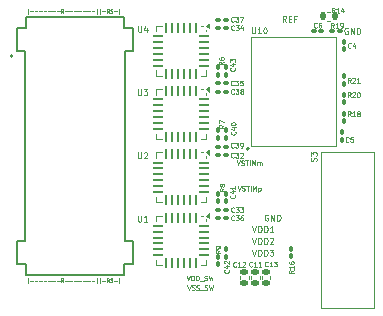
<source format=gbr>
%TF.GenerationSoftware,KiCad,Pcbnew,8.0.5*%
%TF.CreationDate,2025-10-24T05:54:48-05:00*%
%TF.ProjectId,iris-128s,69726973-2d31-4323-9873-2e6b69636164,1*%
%TF.SameCoordinates,Original*%
%TF.FileFunction,Legend,Top*%
%TF.FilePolarity,Positive*%
%FSLAX46Y46*%
G04 Gerber Fmt 4.6, Leading zero omitted, Abs format (unit mm)*
G04 Created by KiCad (PCBNEW 8.0.5) date 2025-10-24 05:54:48*
%MOMM*%
%LPD*%
G01*
G04 APERTURE LIST*
G04 Aperture macros list*
%AMRoundRect*
0 Rectangle with rounded corners*
0 $1 Rounding radius*
0 $2 $3 $4 $5 $6 $7 $8 $9 X,Y pos of 4 corners*
0 Add a 4 corners polygon primitive as box body*
4,1,4,$2,$3,$4,$5,$6,$7,$8,$9,$2,$3,0*
0 Add four circle primitives for the rounded corners*
1,1,$1+$1,$2,$3*
1,1,$1+$1,$4,$5*
1,1,$1+$1,$6,$7*
1,1,$1+$1,$8,$9*
0 Add four rect primitives between the rounded corners*
20,1,$1+$1,$2,$3,$4,$5,0*
20,1,$1+$1,$4,$5,$6,$7,0*
20,1,$1+$1,$6,$7,$8,$9,0*
20,1,$1+$1,$8,$9,$2,$3,0*%
%AMFreePoly0*
4,1,17,0.288426,0.645521,0.645521,0.288426,0.660400,0.252505,0.660400,-0.252505,0.645521,-0.288426,0.288426,-0.645521,0.252505,-0.660400,-0.252505,-0.660400,-0.288426,-0.645521,-0.645521,-0.288426,-0.660400,-0.252505,-0.660400,0.252505,-0.645521,0.288426,-0.288426,0.645521,-0.252505,0.660400,0.252505,0.660400,0.288426,0.645521,0.288426,0.645521,$1*%
G04 Aperture macros list end*
%ADD10C,0.076200*%
%ADD11C,0.120000*%
%ADD12C,0.200000*%
%ADD13C,0.100000*%
%ADD14RoundRect,0.140000X-0.170000X0.140000X-0.170000X-0.140000X0.170000X-0.140000X0.170000X0.140000X0*%
%ADD15RoundRect,0.100000X0.100000X-0.130000X0.100000X0.130000X-0.100000X0.130000X-0.100000X-0.130000X0*%
%ADD16RoundRect,0.100000X-0.100000X0.130000X-0.100000X-0.130000X0.100000X-0.130000X0.100000X0.130000X0*%
%ADD17C,1.450000*%
%ADD18C,0.764000*%
%ADD19RoundRect,0.100000X-0.130000X-0.100000X0.130000X-0.100000X0.130000X0.100000X-0.130000X0.100000X0*%
%ADD20FreePoly0,90.000000*%
%ADD21RoundRect,0.135000X0.135000X0.185000X-0.135000X0.185000X-0.135000X-0.185000X0.135000X-0.185000X0*%
%ADD22C,0.351600*%
%ADD23R,0.500000X0.500000*%
%ADD24RoundRect,0.062500X-0.062500X0.375000X-0.062500X-0.375000X0.062500X-0.375000X0.062500X0.375000X0*%
%ADD25RoundRect,0.062500X-0.375000X0.062500X-0.375000X-0.062500X0.375000X-0.062500X0.375000X0.062500X0*%
%ADD26R,2.600000X2.600000*%
%ADD27R,0.762000X0.381000*%
%ADD28RoundRect,0.100000X0.130000X0.100000X-0.130000X0.100000X-0.130000X-0.100000X0.130000X-0.100000X0*%
G04 APERTURE END LIST*
D10*
X97010859Y-80825223D02*
X97010859Y-80389794D01*
X97228574Y-80607509D02*
X97460803Y-80607509D01*
X97605945Y-80607509D02*
X97838174Y-80607509D01*
X97983316Y-80607509D02*
X98215545Y-80607509D01*
X98360687Y-80607509D02*
X98592916Y-80607509D01*
X98738058Y-80607509D02*
X98970287Y-80607509D01*
X99115429Y-80607509D02*
X99347658Y-80607509D01*
X99492800Y-80607509D02*
X99725029Y-80607509D01*
X100044342Y-80723623D02*
X99942742Y-80578480D01*
X99870171Y-80723623D02*
X99870171Y-80418823D01*
X99870171Y-80418823D02*
X99986285Y-80418823D01*
X99986285Y-80418823D02*
X100015314Y-80433337D01*
X100015314Y-80433337D02*
X100029828Y-80447851D01*
X100029828Y-80447851D02*
X100044342Y-80476880D01*
X100044342Y-80476880D02*
X100044342Y-80520423D01*
X100044342Y-80520423D02*
X100029828Y-80549451D01*
X100029828Y-80549451D02*
X100015314Y-80563966D01*
X100015314Y-80563966D02*
X99986285Y-80578480D01*
X99986285Y-80578480D02*
X99870171Y-80578480D01*
X100174971Y-80607509D02*
X100407200Y-80607509D01*
X100552342Y-80607509D02*
X100784571Y-80607509D01*
X100929713Y-80607509D02*
X101161942Y-80607509D01*
X101307084Y-80607509D02*
X101539313Y-80607509D01*
X101684455Y-80607509D02*
X101916684Y-80607509D01*
X102061826Y-80607509D02*
X102294055Y-80607509D01*
X102439197Y-80607509D02*
X102671426Y-80607509D01*
X102889139Y-80825223D02*
X102889139Y-80389794D01*
X110472461Y-102982925D02*
X110607928Y-103389325D01*
X110607928Y-103389325D02*
X110743395Y-102982925D01*
X110878861Y-103389325D02*
X110878861Y-102982925D01*
X110878861Y-102982925D02*
X110975623Y-102982925D01*
X110975623Y-102982925D02*
X111033680Y-103002277D01*
X111033680Y-103002277D02*
X111072385Y-103040982D01*
X111072385Y-103040982D02*
X111091738Y-103079687D01*
X111091738Y-103079687D02*
X111111090Y-103157096D01*
X111111090Y-103157096D02*
X111111090Y-103215153D01*
X111111090Y-103215153D02*
X111091738Y-103292563D01*
X111091738Y-103292563D02*
X111072385Y-103331268D01*
X111072385Y-103331268D02*
X111033680Y-103369973D01*
X111033680Y-103369973D02*
X110975623Y-103389325D01*
X110975623Y-103389325D02*
X110878861Y-103389325D01*
X111285261Y-103389325D02*
X111285261Y-102982925D01*
X111285261Y-102982925D02*
X111382023Y-102982925D01*
X111382023Y-102982925D02*
X111440080Y-103002277D01*
X111440080Y-103002277D02*
X111478785Y-103040982D01*
X111478785Y-103040982D02*
X111498138Y-103079687D01*
X111498138Y-103079687D02*
X111517490Y-103157096D01*
X111517490Y-103157096D02*
X111517490Y-103215153D01*
X111517490Y-103215153D02*
X111498138Y-103292563D01*
X111498138Y-103292563D02*
X111478785Y-103331268D01*
X111478785Y-103331268D02*
X111440080Y-103369973D01*
X111440080Y-103369973D02*
X111382023Y-103389325D01*
X111382023Y-103389325D02*
X111285261Y-103389325D01*
X111594900Y-103428030D02*
X111904538Y-103428030D01*
X111981947Y-103369973D02*
X112040004Y-103389325D01*
X112040004Y-103389325D02*
X112136766Y-103389325D01*
X112136766Y-103389325D02*
X112175471Y-103369973D01*
X112175471Y-103369973D02*
X112194823Y-103350620D01*
X112194823Y-103350620D02*
X112214176Y-103311915D01*
X112214176Y-103311915D02*
X112214176Y-103273211D01*
X112214176Y-103273211D02*
X112194823Y-103234506D01*
X112194823Y-103234506D02*
X112175471Y-103215153D01*
X112175471Y-103215153D02*
X112136766Y-103195801D01*
X112136766Y-103195801D02*
X112059357Y-103176449D01*
X112059357Y-103176449D02*
X112020652Y-103157096D01*
X112020652Y-103157096D02*
X112001299Y-103137744D01*
X112001299Y-103137744D02*
X111981947Y-103099039D01*
X111981947Y-103099039D02*
X111981947Y-103060334D01*
X111981947Y-103060334D02*
X112001299Y-103021630D01*
X112001299Y-103021630D02*
X112020652Y-103002277D01*
X112020652Y-103002277D02*
X112059357Y-102982925D01*
X112059357Y-102982925D02*
X112156118Y-102982925D01*
X112156118Y-102982925D02*
X112214176Y-103002277D01*
X112349643Y-102982925D02*
X112446405Y-103389325D01*
X112446405Y-103389325D02*
X112523814Y-103099039D01*
X112523814Y-103099039D02*
X112601224Y-103389325D01*
X112601224Y-103389325D02*
X112697986Y-102982925D01*
X116034931Y-100777047D02*
X116204265Y-101285047D01*
X116204265Y-101285047D02*
X116373598Y-100777047D01*
X116542932Y-101285047D02*
X116542932Y-100777047D01*
X116542932Y-100777047D02*
X116663884Y-100777047D01*
X116663884Y-100777047D02*
X116736456Y-100801237D01*
X116736456Y-100801237D02*
X116784837Y-100849618D01*
X116784837Y-100849618D02*
X116809027Y-100897999D01*
X116809027Y-100897999D02*
X116833218Y-100994761D01*
X116833218Y-100994761D02*
X116833218Y-101067333D01*
X116833218Y-101067333D02*
X116809027Y-101164095D01*
X116809027Y-101164095D02*
X116784837Y-101212476D01*
X116784837Y-101212476D02*
X116736456Y-101260857D01*
X116736456Y-101260857D02*
X116663884Y-101285047D01*
X116663884Y-101285047D02*
X116542932Y-101285047D01*
X117050932Y-101285047D02*
X117050932Y-100777047D01*
X117050932Y-100777047D02*
X117171884Y-100777047D01*
X117171884Y-100777047D02*
X117244456Y-100801237D01*
X117244456Y-100801237D02*
X117292837Y-100849618D01*
X117292837Y-100849618D02*
X117317027Y-100897999D01*
X117317027Y-100897999D02*
X117341218Y-100994761D01*
X117341218Y-100994761D02*
X117341218Y-101067333D01*
X117341218Y-101067333D02*
X117317027Y-101164095D01*
X117317027Y-101164095D02*
X117292837Y-101212476D01*
X117292837Y-101212476D02*
X117244456Y-101260857D01*
X117244456Y-101260857D02*
X117171884Y-101285047D01*
X117171884Y-101285047D02*
X117050932Y-101285047D01*
X117510551Y-100777047D02*
X117825027Y-100777047D01*
X117825027Y-100777047D02*
X117655694Y-100970571D01*
X117655694Y-100970571D02*
X117728265Y-100970571D01*
X117728265Y-100970571D02*
X117776646Y-100994761D01*
X117776646Y-100994761D02*
X117800837Y-101018952D01*
X117800837Y-101018952D02*
X117825027Y-101067333D01*
X117825027Y-101067333D02*
X117825027Y-101188285D01*
X117825027Y-101188285D02*
X117800837Y-101236666D01*
X117800837Y-101236666D02*
X117776646Y-101260857D01*
X117776646Y-101260857D02*
X117728265Y-101285047D01*
X117728265Y-101285047D02*
X117583122Y-101285047D01*
X117583122Y-101285047D02*
X117534741Y-101260857D01*
X117534741Y-101260857D02*
X117510551Y-101236666D01*
X117367352Y-97834417D02*
X117318971Y-97810227D01*
X117318971Y-97810227D02*
X117246400Y-97810227D01*
X117246400Y-97810227D02*
X117173828Y-97834417D01*
X117173828Y-97834417D02*
X117125447Y-97882798D01*
X117125447Y-97882798D02*
X117101257Y-97931179D01*
X117101257Y-97931179D02*
X117077066Y-98027941D01*
X117077066Y-98027941D02*
X117077066Y-98100513D01*
X117077066Y-98100513D02*
X117101257Y-98197275D01*
X117101257Y-98197275D02*
X117125447Y-98245656D01*
X117125447Y-98245656D02*
X117173828Y-98294037D01*
X117173828Y-98294037D02*
X117246400Y-98318227D01*
X117246400Y-98318227D02*
X117294781Y-98318227D01*
X117294781Y-98318227D02*
X117367352Y-98294037D01*
X117367352Y-98294037D02*
X117391543Y-98269846D01*
X117391543Y-98269846D02*
X117391543Y-98100513D01*
X117391543Y-98100513D02*
X117294781Y-98100513D01*
X117609257Y-98318227D02*
X117609257Y-97810227D01*
X117609257Y-97810227D02*
X117899543Y-98318227D01*
X117899543Y-98318227D02*
X117899543Y-97810227D01*
X118141447Y-98318227D02*
X118141447Y-97810227D01*
X118141447Y-97810227D02*
X118262399Y-97810227D01*
X118262399Y-97810227D02*
X118334971Y-97834417D01*
X118334971Y-97834417D02*
X118383352Y-97882798D01*
X118383352Y-97882798D02*
X118407542Y-97931179D01*
X118407542Y-97931179D02*
X118431733Y-98027941D01*
X118431733Y-98027941D02*
X118431733Y-98100513D01*
X118431733Y-98100513D02*
X118407542Y-98197275D01*
X118407542Y-98197275D02*
X118383352Y-98245656D01*
X118383352Y-98245656D02*
X118334971Y-98294037D01*
X118334971Y-98294037D02*
X118262399Y-98318227D01*
X118262399Y-98318227D02*
X118141447Y-98318227D01*
X103129942Y-103614103D02*
X103129942Y-103178674D01*
X103347657Y-103396389D02*
X103579886Y-103396389D01*
X103899199Y-103512503D02*
X103797599Y-103367360D01*
X103725028Y-103512503D02*
X103725028Y-103207703D01*
X103725028Y-103207703D02*
X103841142Y-103207703D01*
X103841142Y-103207703D02*
X103870171Y-103222217D01*
X103870171Y-103222217D02*
X103884685Y-103236731D01*
X103884685Y-103236731D02*
X103899199Y-103265760D01*
X103899199Y-103265760D02*
X103899199Y-103309303D01*
X103899199Y-103309303D02*
X103884685Y-103338331D01*
X103884685Y-103338331D02*
X103870171Y-103352846D01*
X103870171Y-103352846D02*
X103841142Y-103367360D01*
X103841142Y-103367360D02*
X103725028Y-103367360D01*
X104015314Y-103497989D02*
X104058857Y-103512503D01*
X104058857Y-103512503D02*
X104131428Y-103512503D01*
X104131428Y-103512503D02*
X104160457Y-103497989D01*
X104160457Y-103497989D02*
X104174971Y-103483474D01*
X104174971Y-103483474D02*
X104189485Y-103454446D01*
X104189485Y-103454446D02*
X104189485Y-103425417D01*
X104189485Y-103425417D02*
X104174971Y-103396389D01*
X104174971Y-103396389D02*
X104160457Y-103381874D01*
X104160457Y-103381874D02*
X104131428Y-103367360D01*
X104131428Y-103367360D02*
X104073371Y-103352846D01*
X104073371Y-103352846D02*
X104044342Y-103338331D01*
X104044342Y-103338331D02*
X104029828Y-103323817D01*
X104029828Y-103323817D02*
X104015314Y-103294789D01*
X104015314Y-103294789D02*
X104015314Y-103265760D01*
X104015314Y-103265760D02*
X104029828Y-103236731D01*
X104029828Y-103236731D02*
X104044342Y-103222217D01*
X104044342Y-103222217D02*
X104073371Y-103207703D01*
X104073371Y-103207703D02*
X104145942Y-103207703D01*
X104145942Y-103207703D02*
X104189485Y-103222217D01*
X104320114Y-103396389D02*
X104552343Y-103396389D01*
X104770056Y-103614103D02*
X104770056Y-103178674D01*
X103129942Y-80825223D02*
X103129942Y-80389794D01*
X103347657Y-80607509D02*
X103579886Y-80607509D01*
X103899199Y-80723623D02*
X103797599Y-80578480D01*
X103725028Y-80723623D02*
X103725028Y-80418823D01*
X103725028Y-80418823D02*
X103841142Y-80418823D01*
X103841142Y-80418823D02*
X103870171Y-80433337D01*
X103870171Y-80433337D02*
X103884685Y-80447851D01*
X103884685Y-80447851D02*
X103899199Y-80476880D01*
X103899199Y-80476880D02*
X103899199Y-80520423D01*
X103899199Y-80520423D02*
X103884685Y-80549451D01*
X103884685Y-80549451D02*
X103870171Y-80563966D01*
X103870171Y-80563966D02*
X103841142Y-80578480D01*
X103841142Y-80578480D02*
X103725028Y-80578480D01*
X104015314Y-80709109D02*
X104058857Y-80723623D01*
X104058857Y-80723623D02*
X104131428Y-80723623D01*
X104131428Y-80723623D02*
X104160457Y-80709109D01*
X104160457Y-80709109D02*
X104174971Y-80694594D01*
X104174971Y-80694594D02*
X104189485Y-80665566D01*
X104189485Y-80665566D02*
X104189485Y-80636537D01*
X104189485Y-80636537D02*
X104174971Y-80607509D01*
X104174971Y-80607509D02*
X104160457Y-80592994D01*
X104160457Y-80592994D02*
X104131428Y-80578480D01*
X104131428Y-80578480D02*
X104073371Y-80563966D01*
X104073371Y-80563966D02*
X104044342Y-80549451D01*
X104044342Y-80549451D02*
X104029828Y-80534937D01*
X104029828Y-80534937D02*
X104015314Y-80505909D01*
X104015314Y-80505909D02*
X104015314Y-80476880D01*
X104015314Y-80476880D02*
X104029828Y-80447851D01*
X104029828Y-80447851D02*
X104044342Y-80433337D01*
X104044342Y-80433337D02*
X104073371Y-80418823D01*
X104073371Y-80418823D02*
X104145942Y-80418823D01*
X104145942Y-80418823D02*
X104189485Y-80433337D01*
X104320114Y-80607509D02*
X104552343Y-80607509D01*
X104770056Y-80825223D02*
X104770056Y-80389794D01*
X124113592Y-82025457D02*
X124065211Y-82001267D01*
X124065211Y-82001267D02*
X123992640Y-82001267D01*
X123992640Y-82001267D02*
X123920068Y-82025457D01*
X123920068Y-82025457D02*
X123871687Y-82073838D01*
X123871687Y-82073838D02*
X123847497Y-82122219D01*
X123847497Y-82122219D02*
X123823306Y-82218981D01*
X123823306Y-82218981D02*
X123823306Y-82291553D01*
X123823306Y-82291553D02*
X123847497Y-82388315D01*
X123847497Y-82388315D02*
X123871687Y-82436696D01*
X123871687Y-82436696D02*
X123920068Y-82485077D01*
X123920068Y-82485077D02*
X123992640Y-82509267D01*
X123992640Y-82509267D02*
X124041021Y-82509267D01*
X124041021Y-82509267D02*
X124113592Y-82485077D01*
X124113592Y-82485077D02*
X124137783Y-82460886D01*
X124137783Y-82460886D02*
X124137783Y-82291553D01*
X124137783Y-82291553D02*
X124041021Y-82291553D01*
X124355497Y-82509267D02*
X124355497Y-82001267D01*
X124355497Y-82001267D02*
X124645783Y-82509267D01*
X124645783Y-82509267D02*
X124645783Y-82001267D01*
X124887687Y-82509267D02*
X124887687Y-82001267D01*
X124887687Y-82001267D02*
X125008639Y-82001267D01*
X125008639Y-82001267D02*
X125081211Y-82025457D01*
X125081211Y-82025457D02*
X125129592Y-82073838D01*
X125129592Y-82073838D02*
X125153782Y-82122219D01*
X125153782Y-82122219D02*
X125177973Y-82218981D01*
X125177973Y-82218981D02*
X125177973Y-82291553D01*
X125177973Y-82291553D02*
X125153782Y-82388315D01*
X125153782Y-82388315D02*
X125129592Y-82436696D01*
X125129592Y-82436696D02*
X125081211Y-82485077D01*
X125081211Y-82485077D02*
X125008639Y-82509267D01*
X125008639Y-82509267D02*
X124887687Y-82509267D01*
X118889054Y-81485647D02*
X118719720Y-81243742D01*
X118598768Y-81485647D02*
X118598768Y-80977647D01*
X118598768Y-80977647D02*
X118792292Y-80977647D01*
X118792292Y-80977647D02*
X118840673Y-81001837D01*
X118840673Y-81001837D02*
X118864863Y-81026028D01*
X118864863Y-81026028D02*
X118889054Y-81074409D01*
X118889054Y-81074409D02*
X118889054Y-81146980D01*
X118889054Y-81146980D02*
X118864863Y-81195361D01*
X118864863Y-81195361D02*
X118840673Y-81219552D01*
X118840673Y-81219552D02*
X118792292Y-81243742D01*
X118792292Y-81243742D02*
X118598768Y-81243742D01*
X119106768Y-81219552D02*
X119276101Y-81219552D01*
X119348673Y-81485647D02*
X119106768Y-81485647D01*
X119106768Y-81485647D02*
X119106768Y-80977647D01*
X119106768Y-80977647D02*
X119348673Y-80977647D01*
X119735720Y-81219552D02*
X119566387Y-81219552D01*
X119566387Y-81485647D02*
X119566387Y-80977647D01*
X119566387Y-80977647D02*
X119808292Y-80977647D01*
X116034931Y-98777047D02*
X116204265Y-99285047D01*
X116204265Y-99285047D02*
X116373598Y-98777047D01*
X116542932Y-99285047D02*
X116542932Y-98777047D01*
X116542932Y-98777047D02*
X116663884Y-98777047D01*
X116663884Y-98777047D02*
X116736456Y-98801237D01*
X116736456Y-98801237D02*
X116784837Y-98849618D01*
X116784837Y-98849618D02*
X116809027Y-98897999D01*
X116809027Y-98897999D02*
X116833218Y-98994761D01*
X116833218Y-98994761D02*
X116833218Y-99067333D01*
X116833218Y-99067333D02*
X116809027Y-99164095D01*
X116809027Y-99164095D02*
X116784837Y-99212476D01*
X116784837Y-99212476D02*
X116736456Y-99260857D01*
X116736456Y-99260857D02*
X116663884Y-99285047D01*
X116663884Y-99285047D02*
X116542932Y-99285047D01*
X117050932Y-99285047D02*
X117050932Y-98777047D01*
X117050932Y-98777047D02*
X117171884Y-98777047D01*
X117171884Y-98777047D02*
X117244456Y-98801237D01*
X117244456Y-98801237D02*
X117292837Y-98849618D01*
X117292837Y-98849618D02*
X117317027Y-98897999D01*
X117317027Y-98897999D02*
X117341218Y-98994761D01*
X117341218Y-98994761D02*
X117341218Y-99067333D01*
X117341218Y-99067333D02*
X117317027Y-99164095D01*
X117317027Y-99164095D02*
X117292837Y-99212476D01*
X117292837Y-99212476D02*
X117244456Y-99260857D01*
X117244456Y-99260857D02*
X117171884Y-99285047D01*
X117171884Y-99285047D02*
X117050932Y-99285047D01*
X117825027Y-99285047D02*
X117534741Y-99285047D01*
X117679884Y-99285047D02*
X117679884Y-98777047D01*
X117679884Y-98777047D02*
X117631503Y-98849618D01*
X117631503Y-98849618D02*
X117583122Y-98897999D01*
X117583122Y-98897999D02*
X117534741Y-98922190D01*
X114709786Y-93224245D02*
X114845253Y-93630645D01*
X114845253Y-93630645D02*
X114980720Y-93224245D01*
X115096834Y-93611293D02*
X115154891Y-93630645D01*
X115154891Y-93630645D02*
X115251653Y-93630645D01*
X115251653Y-93630645D02*
X115290358Y-93611293D01*
X115290358Y-93611293D02*
X115309710Y-93591940D01*
X115309710Y-93591940D02*
X115329063Y-93553235D01*
X115329063Y-93553235D02*
X115329063Y-93514531D01*
X115329063Y-93514531D02*
X115309710Y-93475826D01*
X115309710Y-93475826D02*
X115290358Y-93456473D01*
X115290358Y-93456473D02*
X115251653Y-93437121D01*
X115251653Y-93437121D02*
X115174244Y-93417769D01*
X115174244Y-93417769D02*
X115135539Y-93398416D01*
X115135539Y-93398416D02*
X115116186Y-93379064D01*
X115116186Y-93379064D02*
X115096834Y-93340359D01*
X115096834Y-93340359D02*
X115096834Y-93301654D01*
X115096834Y-93301654D02*
X115116186Y-93262950D01*
X115116186Y-93262950D02*
X115135539Y-93243597D01*
X115135539Y-93243597D02*
X115174244Y-93224245D01*
X115174244Y-93224245D02*
X115271005Y-93224245D01*
X115271005Y-93224245D02*
X115329063Y-93243597D01*
X115445177Y-93224245D02*
X115677406Y-93224245D01*
X115561292Y-93630645D02*
X115561292Y-93224245D01*
X115812872Y-93630645D02*
X115812872Y-93224245D01*
X116006396Y-93630645D02*
X116006396Y-93224245D01*
X116006396Y-93224245D02*
X116141863Y-93514531D01*
X116141863Y-93514531D02*
X116277330Y-93224245D01*
X116277330Y-93224245D02*
X116277330Y-93630645D01*
X116470853Y-93630645D02*
X116470853Y-93359712D01*
X116470853Y-93398416D02*
X116490206Y-93379064D01*
X116490206Y-93379064D02*
X116528911Y-93359712D01*
X116528911Y-93359712D02*
X116586968Y-93359712D01*
X116586968Y-93359712D02*
X116625672Y-93379064D01*
X116625672Y-93379064D02*
X116645025Y-93417769D01*
X116645025Y-93417769D02*
X116645025Y-93630645D01*
X116645025Y-93417769D02*
X116664377Y-93379064D01*
X116664377Y-93379064D02*
X116703082Y-93359712D01*
X116703082Y-93359712D02*
X116761139Y-93359712D01*
X116761139Y-93359712D02*
X116799844Y-93379064D01*
X116799844Y-93379064D02*
X116819196Y-93417769D01*
X116819196Y-93417769D02*
X116819196Y-93630645D01*
X97010859Y-103614103D02*
X97010859Y-103178674D01*
X97228574Y-103396389D02*
X97460803Y-103396389D01*
X97605945Y-103396389D02*
X97838174Y-103396389D01*
X97983316Y-103396389D02*
X98215545Y-103396389D01*
X98360687Y-103396389D02*
X98592916Y-103396389D01*
X98738058Y-103396389D02*
X98970287Y-103396389D01*
X99115429Y-103396389D02*
X99347658Y-103396389D01*
X99492800Y-103396389D02*
X99725029Y-103396389D01*
X100044342Y-103512503D02*
X99942742Y-103367360D01*
X99870171Y-103512503D02*
X99870171Y-103207703D01*
X99870171Y-103207703D02*
X99986285Y-103207703D01*
X99986285Y-103207703D02*
X100015314Y-103222217D01*
X100015314Y-103222217D02*
X100029828Y-103236731D01*
X100029828Y-103236731D02*
X100044342Y-103265760D01*
X100044342Y-103265760D02*
X100044342Y-103309303D01*
X100044342Y-103309303D02*
X100029828Y-103338331D01*
X100029828Y-103338331D02*
X100015314Y-103352846D01*
X100015314Y-103352846D02*
X99986285Y-103367360D01*
X99986285Y-103367360D02*
X99870171Y-103367360D01*
X100174971Y-103396389D02*
X100407200Y-103396389D01*
X100552342Y-103396389D02*
X100784571Y-103396389D01*
X100929713Y-103396389D02*
X101161942Y-103396389D01*
X101307084Y-103396389D02*
X101539313Y-103396389D01*
X101684455Y-103396389D02*
X101916684Y-103396389D01*
X102061826Y-103396389D02*
X102294055Y-103396389D01*
X102439197Y-103396389D02*
X102671426Y-103396389D01*
X102889139Y-103614103D02*
X102889139Y-103178674D01*
X110534993Y-103785565D02*
X110670460Y-104191965D01*
X110670460Y-104191965D02*
X110805927Y-103785565D01*
X110922041Y-104172613D02*
X110980098Y-104191965D01*
X110980098Y-104191965D02*
X111076860Y-104191965D01*
X111076860Y-104191965D02*
X111115565Y-104172613D01*
X111115565Y-104172613D02*
X111134917Y-104153260D01*
X111134917Y-104153260D02*
X111154270Y-104114555D01*
X111154270Y-104114555D02*
X111154270Y-104075851D01*
X111154270Y-104075851D02*
X111134917Y-104037146D01*
X111134917Y-104037146D02*
X111115565Y-104017793D01*
X111115565Y-104017793D02*
X111076860Y-103998441D01*
X111076860Y-103998441D02*
X110999451Y-103979089D01*
X110999451Y-103979089D02*
X110960746Y-103959736D01*
X110960746Y-103959736D02*
X110941393Y-103940384D01*
X110941393Y-103940384D02*
X110922041Y-103901679D01*
X110922041Y-103901679D02*
X110922041Y-103862974D01*
X110922041Y-103862974D02*
X110941393Y-103824270D01*
X110941393Y-103824270D02*
X110960746Y-103804917D01*
X110960746Y-103804917D02*
X110999451Y-103785565D01*
X110999451Y-103785565D02*
X111096212Y-103785565D01*
X111096212Y-103785565D02*
X111154270Y-103804917D01*
X111309089Y-104172613D02*
X111367146Y-104191965D01*
X111367146Y-104191965D02*
X111463908Y-104191965D01*
X111463908Y-104191965D02*
X111502613Y-104172613D01*
X111502613Y-104172613D02*
X111521965Y-104153260D01*
X111521965Y-104153260D02*
X111541318Y-104114555D01*
X111541318Y-104114555D02*
X111541318Y-104075851D01*
X111541318Y-104075851D02*
X111521965Y-104037146D01*
X111521965Y-104037146D02*
X111502613Y-104017793D01*
X111502613Y-104017793D02*
X111463908Y-103998441D01*
X111463908Y-103998441D02*
X111386499Y-103979089D01*
X111386499Y-103979089D02*
X111347794Y-103959736D01*
X111347794Y-103959736D02*
X111328441Y-103940384D01*
X111328441Y-103940384D02*
X111309089Y-103901679D01*
X111309089Y-103901679D02*
X111309089Y-103862974D01*
X111309089Y-103862974D02*
X111328441Y-103824270D01*
X111328441Y-103824270D02*
X111347794Y-103804917D01*
X111347794Y-103804917D02*
X111386499Y-103785565D01*
X111386499Y-103785565D02*
X111483260Y-103785565D01*
X111483260Y-103785565D02*
X111541318Y-103804917D01*
X111618728Y-104230670D02*
X111928366Y-104230670D01*
X112005775Y-104172613D02*
X112063832Y-104191965D01*
X112063832Y-104191965D02*
X112160594Y-104191965D01*
X112160594Y-104191965D02*
X112199299Y-104172613D01*
X112199299Y-104172613D02*
X112218651Y-104153260D01*
X112218651Y-104153260D02*
X112238004Y-104114555D01*
X112238004Y-104114555D02*
X112238004Y-104075851D01*
X112238004Y-104075851D02*
X112218651Y-104037146D01*
X112218651Y-104037146D02*
X112199299Y-104017793D01*
X112199299Y-104017793D02*
X112160594Y-103998441D01*
X112160594Y-103998441D02*
X112083185Y-103979089D01*
X112083185Y-103979089D02*
X112044480Y-103959736D01*
X112044480Y-103959736D02*
X112025127Y-103940384D01*
X112025127Y-103940384D02*
X112005775Y-103901679D01*
X112005775Y-103901679D02*
X112005775Y-103862974D01*
X112005775Y-103862974D02*
X112025127Y-103824270D01*
X112025127Y-103824270D02*
X112044480Y-103804917D01*
X112044480Y-103804917D02*
X112083185Y-103785565D01*
X112083185Y-103785565D02*
X112179946Y-103785565D01*
X112179946Y-103785565D02*
X112238004Y-103804917D01*
X112373471Y-103785565D02*
X112470233Y-104191965D01*
X112470233Y-104191965D02*
X112547642Y-103901679D01*
X112547642Y-103901679D02*
X112625052Y-104191965D01*
X112625052Y-104191965D02*
X112721814Y-103785565D01*
X114786712Y-95383245D02*
X114922179Y-95789645D01*
X114922179Y-95789645D02*
X115057646Y-95383245D01*
X115173760Y-95770293D02*
X115231817Y-95789645D01*
X115231817Y-95789645D02*
X115328579Y-95789645D01*
X115328579Y-95789645D02*
X115367284Y-95770293D01*
X115367284Y-95770293D02*
X115386636Y-95750940D01*
X115386636Y-95750940D02*
X115405989Y-95712235D01*
X115405989Y-95712235D02*
X115405989Y-95673531D01*
X115405989Y-95673531D02*
X115386636Y-95634826D01*
X115386636Y-95634826D02*
X115367284Y-95615473D01*
X115367284Y-95615473D02*
X115328579Y-95596121D01*
X115328579Y-95596121D02*
X115251170Y-95576769D01*
X115251170Y-95576769D02*
X115212465Y-95557416D01*
X115212465Y-95557416D02*
X115193112Y-95538064D01*
X115193112Y-95538064D02*
X115173760Y-95499359D01*
X115173760Y-95499359D02*
X115173760Y-95460654D01*
X115173760Y-95460654D02*
X115193112Y-95421950D01*
X115193112Y-95421950D02*
X115212465Y-95402597D01*
X115212465Y-95402597D02*
X115251170Y-95383245D01*
X115251170Y-95383245D02*
X115347931Y-95383245D01*
X115347931Y-95383245D02*
X115405989Y-95402597D01*
X115522103Y-95383245D02*
X115754332Y-95383245D01*
X115638218Y-95789645D02*
X115638218Y-95383245D01*
X115889798Y-95789645D02*
X115889798Y-95383245D01*
X116083322Y-95789645D02*
X116083322Y-95383245D01*
X116083322Y-95383245D02*
X116218789Y-95673531D01*
X116218789Y-95673531D02*
X116354256Y-95383245D01*
X116354256Y-95383245D02*
X116354256Y-95789645D01*
X116547779Y-95518712D02*
X116547779Y-95925112D01*
X116547779Y-95538064D02*
X116586484Y-95518712D01*
X116586484Y-95518712D02*
X116663894Y-95518712D01*
X116663894Y-95518712D02*
X116702598Y-95538064D01*
X116702598Y-95538064D02*
X116721951Y-95557416D01*
X116721951Y-95557416D02*
X116741303Y-95596121D01*
X116741303Y-95596121D02*
X116741303Y-95712235D01*
X116741303Y-95712235D02*
X116721951Y-95750940D01*
X116721951Y-95750940D02*
X116702598Y-95770293D01*
X116702598Y-95770293D02*
X116663894Y-95789645D01*
X116663894Y-95789645D02*
X116586484Y-95789645D01*
X116586484Y-95789645D02*
X116547779Y-95770293D01*
X116034931Y-99777047D02*
X116204265Y-100285047D01*
X116204265Y-100285047D02*
X116373598Y-99777047D01*
X116542932Y-100285047D02*
X116542932Y-99777047D01*
X116542932Y-99777047D02*
X116663884Y-99777047D01*
X116663884Y-99777047D02*
X116736456Y-99801237D01*
X116736456Y-99801237D02*
X116784837Y-99849618D01*
X116784837Y-99849618D02*
X116809027Y-99897999D01*
X116809027Y-99897999D02*
X116833218Y-99994761D01*
X116833218Y-99994761D02*
X116833218Y-100067333D01*
X116833218Y-100067333D02*
X116809027Y-100164095D01*
X116809027Y-100164095D02*
X116784837Y-100212476D01*
X116784837Y-100212476D02*
X116736456Y-100260857D01*
X116736456Y-100260857D02*
X116663884Y-100285047D01*
X116663884Y-100285047D02*
X116542932Y-100285047D01*
X117050932Y-100285047D02*
X117050932Y-99777047D01*
X117050932Y-99777047D02*
X117171884Y-99777047D01*
X117171884Y-99777047D02*
X117244456Y-99801237D01*
X117244456Y-99801237D02*
X117292837Y-99849618D01*
X117292837Y-99849618D02*
X117317027Y-99897999D01*
X117317027Y-99897999D02*
X117341218Y-99994761D01*
X117341218Y-99994761D02*
X117341218Y-100067333D01*
X117341218Y-100067333D02*
X117317027Y-100164095D01*
X117317027Y-100164095D02*
X117292837Y-100212476D01*
X117292837Y-100212476D02*
X117244456Y-100260857D01*
X117244456Y-100260857D02*
X117171884Y-100285047D01*
X117171884Y-100285047D02*
X117050932Y-100285047D01*
X117534741Y-99825428D02*
X117558932Y-99801237D01*
X117558932Y-99801237D02*
X117607313Y-99777047D01*
X117607313Y-99777047D02*
X117728265Y-99777047D01*
X117728265Y-99777047D02*
X117776646Y-99801237D01*
X117776646Y-99801237D02*
X117800837Y-99825428D01*
X117800837Y-99825428D02*
X117825027Y-99873809D01*
X117825027Y-99873809D02*
X117825027Y-99922190D01*
X117825027Y-99922190D02*
X117800837Y-99994761D01*
X117800837Y-99994761D02*
X117510551Y-100285047D01*
X117510551Y-100285047D02*
X117825027Y-100285047D01*
X116024402Y-102173880D02*
X116005050Y-102193233D01*
X116005050Y-102193233D02*
X115946992Y-102212585D01*
X115946992Y-102212585D02*
X115908288Y-102212585D01*
X115908288Y-102212585D02*
X115850231Y-102193233D01*
X115850231Y-102193233D02*
X115811526Y-102154528D01*
X115811526Y-102154528D02*
X115792173Y-102115823D01*
X115792173Y-102115823D02*
X115772821Y-102038413D01*
X115772821Y-102038413D02*
X115772821Y-101980356D01*
X115772821Y-101980356D02*
X115792173Y-101902947D01*
X115792173Y-101902947D02*
X115811526Y-101864242D01*
X115811526Y-101864242D02*
X115850231Y-101825537D01*
X115850231Y-101825537D02*
X115908288Y-101806185D01*
X115908288Y-101806185D02*
X115946992Y-101806185D01*
X115946992Y-101806185D02*
X116005050Y-101825537D01*
X116005050Y-101825537D02*
X116024402Y-101844890D01*
X116411450Y-102212585D02*
X116179221Y-102212585D01*
X116295335Y-102212585D02*
X116295335Y-101806185D01*
X116295335Y-101806185D02*
X116256631Y-101864242D01*
X116256631Y-101864242D02*
X116217926Y-101902947D01*
X116217926Y-101902947D02*
X116179221Y-101922299D01*
X116798498Y-102212585D02*
X116566269Y-102212585D01*
X116682383Y-102212585D02*
X116682383Y-101806185D01*
X116682383Y-101806185D02*
X116643679Y-101864242D01*
X116643679Y-101864242D02*
X116604974Y-101902947D01*
X116604974Y-101902947D02*
X116566269Y-101922299D01*
X113329905Y-100838093D02*
X113136381Y-100973560D01*
X113329905Y-101070322D02*
X112923505Y-101070322D01*
X112923505Y-101070322D02*
X112923505Y-100915503D01*
X112923505Y-100915503D02*
X112942857Y-100876798D01*
X112942857Y-100876798D02*
X112962210Y-100857445D01*
X112962210Y-100857445D02*
X113000914Y-100838093D01*
X113000914Y-100838093D02*
X113058972Y-100838093D01*
X113058972Y-100838093D02*
X113097676Y-100857445D01*
X113097676Y-100857445D02*
X113117029Y-100876798D01*
X113117029Y-100876798D02*
X113136381Y-100915503D01*
X113136381Y-100915503D02*
X113136381Y-101070322D01*
X113329905Y-100644569D02*
X113329905Y-100567160D01*
X113329905Y-100567160D02*
X113310553Y-100528455D01*
X113310553Y-100528455D02*
X113291200Y-100509103D01*
X113291200Y-100509103D02*
X113233143Y-100470398D01*
X113233143Y-100470398D02*
X113155733Y-100451045D01*
X113155733Y-100451045D02*
X113000914Y-100451045D01*
X113000914Y-100451045D02*
X112962210Y-100470398D01*
X112962210Y-100470398D02*
X112942857Y-100489750D01*
X112942857Y-100489750D02*
X112923505Y-100528455D01*
X112923505Y-100528455D02*
X112923505Y-100605864D01*
X112923505Y-100605864D02*
X112942857Y-100644569D01*
X112942857Y-100644569D02*
X112962210Y-100663922D01*
X112962210Y-100663922D02*
X113000914Y-100683274D01*
X113000914Y-100683274D02*
X113097676Y-100683274D01*
X113097676Y-100683274D02*
X113136381Y-100663922D01*
X113136381Y-100663922D02*
X113155733Y-100644569D01*
X113155733Y-100644569D02*
X113175086Y-100605864D01*
X113175086Y-100605864D02*
X113175086Y-100528455D01*
X113175086Y-100528455D02*
X113155733Y-100489750D01*
X113155733Y-100489750D02*
X113136381Y-100470398D01*
X113136381Y-100470398D02*
X113097676Y-100451045D01*
X114026760Y-102487197D02*
X114046113Y-102506549D01*
X114046113Y-102506549D02*
X114065465Y-102564607D01*
X114065465Y-102564607D02*
X114065465Y-102603311D01*
X114065465Y-102603311D02*
X114046113Y-102661368D01*
X114046113Y-102661368D02*
X114007408Y-102700073D01*
X114007408Y-102700073D02*
X113968703Y-102719426D01*
X113968703Y-102719426D02*
X113891293Y-102738778D01*
X113891293Y-102738778D02*
X113833236Y-102738778D01*
X113833236Y-102738778D02*
X113755827Y-102719426D01*
X113755827Y-102719426D02*
X113717122Y-102700073D01*
X113717122Y-102700073D02*
X113678417Y-102661368D01*
X113678417Y-102661368D02*
X113659065Y-102603311D01*
X113659065Y-102603311D02*
X113659065Y-102564607D01*
X113659065Y-102564607D02*
X113678417Y-102506549D01*
X113678417Y-102506549D02*
X113697770Y-102487197D01*
X113794532Y-102138854D02*
X114065465Y-102138854D01*
X113639713Y-102235616D02*
X113929998Y-102332378D01*
X113929998Y-102332378D02*
X113929998Y-102080797D01*
X113697770Y-101945330D02*
X113678417Y-101925978D01*
X113678417Y-101925978D02*
X113659065Y-101887273D01*
X113659065Y-101887273D02*
X113659065Y-101790511D01*
X113659065Y-101790511D02*
X113678417Y-101751806D01*
X113678417Y-101751806D02*
X113697770Y-101732454D01*
X113697770Y-101732454D02*
X113736474Y-101713101D01*
X113736474Y-101713101D02*
X113775179Y-101713101D01*
X113775179Y-101713101D02*
X113833236Y-101732454D01*
X113833236Y-101732454D02*
X114065465Y-101964682D01*
X114065465Y-101964682D02*
X114065465Y-101713101D01*
X124357902Y-87858605D02*
X124222435Y-87665081D01*
X124125673Y-87858605D02*
X124125673Y-87452205D01*
X124125673Y-87452205D02*
X124280492Y-87452205D01*
X124280492Y-87452205D02*
X124319197Y-87471557D01*
X124319197Y-87471557D02*
X124338550Y-87490910D01*
X124338550Y-87490910D02*
X124357902Y-87529614D01*
X124357902Y-87529614D02*
X124357902Y-87587672D01*
X124357902Y-87587672D02*
X124338550Y-87626376D01*
X124338550Y-87626376D02*
X124319197Y-87645729D01*
X124319197Y-87645729D02*
X124280492Y-87665081D01*
X124280492Y-87665081D02*
X124125673Y-87665081D01*
X124512721Y-87490910D02*
X124532073Y-87471557D01*
X124532073Y-87471557D02*
X124570778Y-87452205D01*
X124570778Y-87452205D02*
X124667540Y-87452205D01*
X124667540Y-87452205D02*
X124706245Y-87471557D01*
X124706245Y-87471557D02*
X124725597Y-87490910D01*
X124725597Y-87490910D02*
X124744950Y-87529614D01*
X124744950Y-87529614D02*
X124744950Y-87568319D01*
X124744950Y-87568319D02*
X124725597Y-87626376D01*
X124725597Y-87626376D02*
X124493369Y-87858605D01*
X124493369Y-87858605D02*
X124744950Y-87858605D01*
X124996531Y-87452205D02*
X125035236Y-87452205D01*
X125035236Y-87452205D02*
X125073940Y-87471557D01*
X125073940Y-87471557D02*
X125093293Y-87490910D01*
X125093293Y-87490910D02*
X125112645Y-87529614D01*
X125112645Y-87529614D02*
X125131998Y-87607024D01*
X125131998Y-87607024D02*
X125131998Y-87703786D01*
X125131998Y-87703786D02*
X125112645Y-87781195D01*
X125112645Y-87781195D02*
X125093293Y-87819900D01*
X125093293Y-87819900D02*
X125073940Y-87839253D01*
X125073940Y-87839253D02*
X125035236Y-87858605D01*
X125035236Y-87858605D02*
X124996531Y-87858605D01*
X124996531Y-87858605D02*
X124957826Y-87839253D01*
X124957826Y-87839253D02*
X124938474Y-87819900D01*
X124938474Y-87819900D02*
X124919121Y-87781195D01*
X124919121Y-87781195D02*
X124899769Y-87703786D01*
X124899769Y-87703786D02*
X124899769Y-87607024D01*
X124899769Y-87607024D02*
X124919121Y-87529614D01*
X124919121Y-87529614D02*
X124938474Y-87490910D01*
X124938474Y-87490910D02*
X124957826Y-87471557D01*
X124957826Y-87471557D02*
X124996531Y-87452205D01*
X114665502Y-102189640D02*
X114646150Y-102208993D01*
X114646150Y-102208993D02*
X114588092Y-102228345D01*
X114588092Y-102228345D02*
X114549388Y-102228345D01*
X114549388Y-102228345D02*
X114491331Y-102208993D01*
X114491331Y-102208993D02*
X114452626Y-102170288D01*
X114452626Y-102170288D02*
X114433273Y-102131583D01*
X114433273Y-102131583D02*
X114413921Y-102054173D01*
X114413921Y-102054173D02*
X114413921Y-101996116D01*
X114413921Y-101996116D02*
X114433273Y-101918707D01*
X114433273Y-101918707D02*
X114452626Y-101880002D01*
X114452626Y-101880002D02*
X114491331Y-101841297D01*
X114491331Y-101841297D02*
X114549388Y-101821945D01*
X114549388Y-101821945D02*
X114588092Y-101821945D01*
X114588092Y-101821945D02*
X114646150Y-101841297D01*
X114646150Y-101841297D02*
X114665502Y-101860650D01*
X115052550Y-102228345D02*
X114820321Y-102228345D01*
X114936435Y-102228345D02*
X114936435Y-101821945D01*
X114936435Y-101821945D02*
X114897731Y-101880002D01*
X114897731Y-101880002D02*
X114859026Y-101918707D01*
X114859026Y-101918707D02*
X114820321Y-101938059D01*
X115207369Y-101860650D02*
X115226721Y-101841297D01*
X115226721Y-101841297D02*
X115265426Y-101821945D01*
X115265426Y-101821945D02*
X115362188Y-101821945D01*
X115362188Y-101821945D02*
X115400893Y-101841297D01*
X115400893Y-101841297D02*
X115420245Y-101860650D01*
X115420245Y-101860650D02*
X115439598Y-101899354D01*
X115439598Y-101899354D02*
X115439598Y-101938059D01*
X115439598Y-101938059D02*
X115420245Y-101996116D01*
X115420245Y-101996116D02*
X115188017Y-102228345D01*
X115188017Y-102228345D02*
X115439598Y-102228345D01*
X114584400Y-90781197D02*
X114603753Y-90800549D01*
X114603753Y-90800549D02*
X114623105Y-90858607D01*
X114623105Y-90858607D02*
X114623105Y-90897311D01*
X114623105Y-90897311D02*
X114603753Y-90955368D01*
X114603753Y-90955368D02*
X114565048Y-90994073D01*
X114565048Y-90994073D02*
X114526343Y-91013426D01*
X114526343Y-91013426D02*
X114448933Y-91032778D01*
X114448933Y-91032778D02*
X114390876Y-91032778D01*
X114390876Y-91032778D02*
X114313467Y-91013426D01*
X114313467Y-91013426D02*
X114274762Y-90994073D01*
X114274762Y-90994073D02*
X114236057Y-90955368D01*
X114236057Y-90955368D02*
X114216705Y-90897311D01*
X114216705Y-90897311D02*
X114216705Y-90858607D01*
X114216705Y-90858607D02*
X114236057Y-90800549D01*
X114236057Y-90800549D02*
X114255410Y-90781197D01*
X114352172Y-90432854D02*
X114623105Y-90432854D01*
X114197353Y-90529616D02*
X114487638Y-90626378D01*
X114487638Y-90626378D02*
X114487638Y-90374797D01*
X114216705Y-90142568D02*
X114216705Y-90103863D01*
X114216705Y-90103863D02*
X114236057Y-90065159D01*
X114236057Y-90065159D02*
X114255410Y-90045806D01*
X114255410Y-90045806D02*
X114294114Y-90026454D01*
X114294114Y-90026454D02*
X114371524Y-90007101D01*
X114371524Y-90007101D02*
X114468286Y-90007101D01*
X114468286Y-90007101D02*
X114545695Y-90026454D01*
X114545695Y-90026454D02*
X114584400Y-90045806D01*
X114584400Y-90045806D02*
X114603753Y-90065159D01*
X114603753Y-90065159D02*
X114623105Y-90103863D01*
X114623105Y-90103863D02*
X114623105Y-90142568D01*
X114623105Y-90142568D02*
X114603753Y-90181273D01*
X114603753Y-90181273D02*
X114584400Y-90200625D01*
X114584400Y-90200625D02*
X114545695Y-90219978D01*
X114545695Y-90219978D02*
X114468286Y-90239330D01*
X114468286Y-90239330D02*
X114371524Y-90239330D01*
X114371524Y-90239330D02*
X114294114Y-90219978D01*
X114294114Y-90219978D02*
X114255410Y-90200625D01*
X114255410Y-90200625D02*
X114236057Y-90181273D01*
X114236057Y-90181273D02*
X114216705Y-90142568D01*
X113672805Y-95599853D02*
X113479281Y-95735320D01*
X113672805Y-95832082D02*
X113266405Y-95832082D01*
X113266405Y-95832082D02*
X113266405Y-95677263D01*
X113266405Y-95677263D02*
X113285757Y-95638558D01*
X113285757Y-95638558D02*
X113305110Y-95619205D01*
X113305110Y-95619205D02*
X113343814Y-95599853D01*
X113343814Y-95599853D02*
X113401872Y-95599853D01*
X113401872Y-95599853D02*
X113440576Y-95619205D01*
X113440576Y-95619205D02*
X113459929Y-95638558D01*
X113459929Y-95638558D02*
X113479281Y-95677263D01*
X113479281Y-95677263D02*
X113479281Y-95832082D01*
X113440576Y-95367624D02*
X113421224Y-95406329D01*
X113421224Y-95406329D02*
X113401872Y-95425682D01*
X113401872Y-95425682D02*
X113363167Y-95445034D01*
X113363167Y-95445034D02*
X113343814Y-95445034D01*
X113343814Y-95445034D02*
X113305110Y-95425682D01*
X113305110Y-95425682D02*
X113285757Y-95406329D01*
X113285757Y-95406329D02*
X113266405Y-95367624D01*
X113266405Y-95367624D02*
X113266405Y-95290215D01*
X113266405Y-95290215D02*
X113285757Y-95251510D01*
X113285757Y-95251510D02*
X113305110Y-95232158D01*
X113305110Y-95232158D02*
X113343814Y-95212805D01*
X113343814Y-95212805D02*
X113363167Y-95212805D01*
X113363167Y-95212805D02*
X113401872Y-95232158D01*
X113401872Y-95232158D02*
X113421224Y-95251510D01*
X113421224Y-95251510D02*
X113440576Y-95290215D01*
X113440576Y-95290215D02*
X113440576Y-95367624D01*
X113440576Y-95367624D02*
X113459929Y-95406329D01*
X113459929Y-95406329D02*
X113479281Y-95425682D01*
X113479281Y-95425682D02*
X113517986Y-95445034D01*
X113517986Y-95445034D02*
X113595395Y-95445034D01*
X113595395Y-95445034D02*
X113634100Y-95425682D01*
X113634100Y-95425682D02*
X113653453Y-95406329D01*
X113653453Y-95406329D02*
X113672805Y-95367624D01*
X113672805Y-95367624D02*
X113672805Y-95290215D01*
X113672805Y-95290215D02*
X113653453Y-95251510D01*
X113653453Y-95251510D02*
X113634100Y-95232158D01*
X113634100Y-95232158D02*
X113595395Y-95212805D01*
X113595395Y-95212805D02*
X113517986Y-95212805D01*
X113517986Y-95212805D02*
X113479281Y-95232158D01*
X113479281Y-95232158D02*
X113459929Y-95251510D01*
X113459929Y-95251510D02*
X113440576Y-95290215D01*
X114487802Y-98253480D02*
X114468450Y-98272833D01*
X114468450Y-98272833D02*
X114410392Y-98292185D01*
X114410392Y-98292185D02*
X114371688Y-98292185D01*
X114371688Y-98292185D02*
X114313631Y-98272833D01*
X114313631Y-98272833D02*
X114274926Y-98234128D01*
X114274926Y-98234128D02*
X114255573Y-98195423D01*
X114255573Y-98195423D02*
X114236221Y-98118013D01*
X114236221Y-98118013D02*
X114236221Y-98059956D01*
X114236221Y-98059956D02*
X114255573Y-97982547D01*
X114255573Y-97982547D02*
X114274926Y-97943842D01*
X114274926Y-97943842D02*
X114313631Y-97905137D01*
X114313631Y-97905137D02*
X114371688Y-97885785D01*
X114371688Y-97885785D02*
X114410392Y-97885785D01*
X114410392Y-97885785D02*
X114468450Y-97905137D01*
X114468450Y-97905137D02*
X114487802Y-97924490D01*
X114623269Y-97885785D02*
X114874850Y-97885785D01*
X114874850Y-97885785D02*
X114739383Y-98040604D01*
X114739383Y-98040604D02*
X114797440Y-98040604D01*
X114797440Y-98040604D02*
X114836145Y-98059956D01*
X114836145Y-98059956D02*
X114855497Y-98079309D01*
X114855497Y-98079309D02*
X114874850Y-98118013D01*
X114874850Y-98118013D02*
X114874850Y-98214775D01*
X114874850Y-98214775D02*
X114855497Y-98253480D01*
X114855497Y-98253480D02*
X114836145Y-98272833D01*
X114836145Y-98272833D02*
X114797440Y-98292185D01*
X114797440Y-98292185D02*
X114681326Y-98292185D01*
X114681326Y-98292185D02*
X114642621Y-98272833D01*
X114642621Y-98272833D02*
X114623269Y-98253480D01*
X115223193Y-97885785D02*
X115145783Y-97885785D01*
X115145783Y-97885785D02*
X115107079Y-97905137D01*
X115107079Y-97905137D02*
X115087726Y-97924490D01*
X115087726Y-97924490D02*
X115049021Y-97982547D01*
X115049021Y-97982547D02*
X115029669Y-98059956D01*
X115029669Y-98059956D02*
X115029669Y-98214775D01*
X115029669Y-98214775D02*
X115049021Y-98253480D01*
X115049021Y-98253480D02*
X115068374Y-98272833D01*
X115068374Y-98272833D02*
X115107079Y-98292185D01*
X115107079Y-98292185D02*
X115184488Y-98292185D01*
X115184488Y-98292185D02*
X115223193Y-98272833D01*
X115223193Y-98272833D02*
X115242545Y-98253480D01*
X115242545Y-98253480D02*
X115261898Y-98214775D01*
X115261898Y-98214775D02*
X115261898Y-98118013D01*
X115261898Y-98118013D02*
X115242545Y-98079309D01*
X115242545Y-98079309D02*
X115223193Y-98059956D01*
X115223193Y-98059956D02*
X115184488Y-98040604D01*
X115184488Y-98040604D02*
X115107079Y-98040604D01*
X115107079Y-98040604D02*
X115068374Y-98059956D01*
X115068374Y-98059956D02*
X115049021Y-98079309D01*
X115049021Y-98079309D02*
X115029669Y-98118013D01*
X114487802Y-97562540D02*
X114468450Y-97581893D01*
X114468450Y-97581893D02*
X114410392Y-97601245D01*
X114410392Y-97601245D02*
X114371688Y-97601245D01*
X114371688Y-97601245D02*
X114313631Y-97581893D01*
X114313631Y-97581893D02*
X114274926Y-97543188D01*
X114274926Y-97543188D02*
X114255573Y-97504483D01*
X114255573Y-97504483D02*
X114236221Y-97427073D01*
X114236221Y-97427073D02*
X114236221Y-97369016D01*
X114236221Y-97369016D02*
X114255573Y-97291607D01*
X114255573Y-97291607D02*
X114274926Y-97252902D01*
X114274926Y-97252902D02*
X114313631Y-97214197D01*
X114313631Y-97214197D02*
X114371688Y-97194845D01*
X114371688Y-97194845D02*
X114410392Y-97194845D01*
X114410392Y-97194845D02*
X114468450Y-97214197D01*
X114468450Y-97214197D02*
X114487802Y-97233550D01*
X114623269Y-97194845D02*
X114874850Y-97194845D01*
X114874850Y-97194845D02*
X114739383Y-97349664D01*
X114739383Y-97349664D02*
X114797440Y-97349664D01*
X114797440Y-97349664D02*
X114836145Y-97369016D01*
X114836145Y-97369016D02*
X114855497Y-97388369D01*
X114855497Y-97388369D02*
X114874850Y-97427073D01*
X114874850Y-97427073D02*
X114874850Y-97523835D01*
X114874850Y-97523835D02*
X114855497Y-97562540D01*
X114855497Y-97562540D02*
X114836145Y-97581893D01*
X114836145Y-97581893D02*
X114797440Y-97601245D01*
X114797440Y-97601245D02*
X114681326Y-97601245D01*
X114681326Y-97601245D02*
X114642621Y-97581893D01*
X114642621Y-97581893D02*
X114623269Y-97562540D01*
X115010317Y-97194845D02*
X115261898Y-97194845D01*
X115261898Y-97194845D02*
X115126431Y-97349664D01*
X115126431Y-97349664D02*
X115184488Y-97349664D01*
X115184488Y-97349664D02*
X115223193Y-97369016D01*
X115223193Y-97369016D02*
X115242545Y-97388369D01*
X115242545Y-97388369D02*
X115261898Y-97427073D01*
X115261898Y-97427073D02*
X115261898Y-97523835D01*
X115261898Y-97523835D02*
X115242545Y-97562540D01*
X115242545Y-97562540D02*
X115223193Y-97581893D01*
X115223193Y-97581893D02*
X115184488Y-97601245D01*
X115184488Y-97601245D02*
X115068374Y-97601245D01*
X115068374Y-97601245D02*
X115029669Y-97581893D01*
X115029669Y-97581893D02*
X115010317Y-97562540D01*
X122924442Y-81992525D02*
X122788975Y-81799001D01*
X122692213Y-81992525D02*
X122692213Y-81586125D01*
X122692213Y-81586125D02*
X122847032Y-81586125D01*
X122847032Y-81586125D02*
X122885737Y-81605477D01*
X122885737Y-81605477D02*
X122905090Y-81624830D01*
X122905090Y-81624830D02*
X122924442Y-81663534D01*
X122924442Y-81663534D02*
X122924442Y-81721592D01*
X122924442Y-81721592D02*
X122905090Y-81760296D01*
X122905090Y-81760296D02*
X122885737Y-81779649D01*
X122885737Y-81779649D02*
X122847032Y-81799001D01*
X122847032Y-81799001D02*
X122692213Y-81799001D01*
X123311490Y-81992525D02*
X123079261Y-81992525D01*
X123195375Y-81992525D02*
X123195375Y-81586125D01*
X123195375Y-81586125D02*
X123156671Y-81644182D01*
X123156671Y-81644182D02*
X123117966Y-81682887D01*
X123117966Y-81682887D02*
X123079261Y-81702239D01*
X123505014Y-81992525D02*
X123582423Y-81992525D01*
X123582423Y-81992525D02*
X123621128Y-81973173D01*
X123621128Y-81973173D02*
X123640480Y-81953820D01*
X123640480Y-81953820D02*
X123679185Y-81895763D01*
X123679185Y-81895763D02*
X123698538Y-81818353D01*
X123698538Y-81818353D02*
X123698538Y-81663534D01*
X123698538Y-81663534D02*
X123679185Y-81624830D01*
X123679185Y-81624830D02*
X123659833Y-81605477D01*
X123659833Y-81605477D02*
X123621128Y-81586125D01*
X123621128Y-81586125D02*
X123543719Y-81586125D01*
X123543719Y-81586125D02*
X123505014Y-81605477D01*
X123505014Y-81605477D02*
X123485661Y-81624830D01*
X123485661Y-81624830D02*
X123466309Y-81663534D01*
X123466309Y-81663534D02*
X123466309Y-81760296D01*
X123466309Y-81760296D02*
X123485661Y-81799001D01*
X123485661Y-81799001D02*
X123505014Y-81818353D01*
X123505014Y-81818353D02*
X123543719Y-81837706D01*
X123543719Y-81837706D02*
X123621128Y-81837706D01*
X123621128Y-81837706D02*
X123659833Y-81818353D01*
X123659833Y-81818353D02*
X123679185Y-81799001D01*
X123679185Y-81799001D02*
X123698538Y-81760296D01*
X119533985Y-102539277D02*
X119340461Y-102674744D01*
X119533985Y-102771506D02*
X119127585Y-102771506D01*
X119127585Y-102771506D02*
X119127585Y-102616687D01*
X119127585Y-102616687D02*
X119146937Y-102577982D01*
X119146937Y-102577982D02*
X119166290Y-102558629D01*
X119166290Y-102558629D02*
X119204994Y-102539277D01*
X119204994Y-102539277D02*
X119263052Y-102539277D01*
X119263052Y-102539277D02*
X119301756Y-102558629D01*
X119301756Y-102558629D02*
X119321109Y-102577982D01*
X119321109Y-102577982D02*
X119340461Y-102616687D01*
X119340461Y-102616687D02*
X119340461Y-102771506D01*
X119533985Y-102152229D02*
X119533985Y-102384458D01*
X119533985Y-102268344D02*
X119127585Y-102268344D01*
X119127585Y-102268344D02*
X119185642Y-102307048D01*
X119185642Y-102307048D02*
X119224347Y-102345753D01*
X119224347Y-102345753D02*
X119243699Y-102384458D01*
X119127585Y-101803886D02*
X119127585Y-101881296D01*
X119127585Y-101881296D02*
X119146937Y-101920000D01*
X119146937Y-101920000D02*
X119166290Y-101939353D01*
X119166290Y-101939353D02*
X119224347Y-101978058D01*
X119224347Y-101978058D02*
X119301756Y-101997410D01*
X119301756Y-101997410D02*
X119456575Y-101997410D01*
X119456575Y-101997410D02*
X119495280Y-101978058D01*
X119495280Y-101978058D02*
X119514633Y-101958705D01*
X119514633Y-101958705D02*
X119533985Y-101920000D01*
X119533985Y-101920000D02*
X119533985Y-101842591D01*
X119533985Y-101842591D02*
X119514633Y-101803886D01*
X119514633Y-101803886D02*
X119495280Y-101784534D01*
X119495280Y-101784534D02*
X119456575Y-101765181D01*
X119456575Y-101765181D02*
X119359813Y-101765181D01*
X119359813Y-101765181D02*
X119321109Y-101784534D01*
X119321109Y-101784534D02*
X119301756Y-101803886D01*
X119301756Y-101803886D02*
X119282404Y-101842591D01*
X119282404Y-101842591D02*
X119282404Y-101920000D01*
X119282404Y-101920000D02*
X119301756Y-101958705D01*
X119301756Y-101958705D02*
X119321109Y-101978058D01*
X119321109Y-101978058D02*
X119359813Y-101997410D01*
X122997742Y-80716205D02*
X122862275Y-80522681D01*
X122765513Y-80716205D02*
X122765513Y-80309805D01*
X122765513Y-80309805D02*
X122920332Y-80309805D01*
X122920332Y-80309805D02*
X122959037Y-80329157D01*
X122959037Y-80329157D02*
X122978390Y-80348510D01*
X122978390Y-80348510D02*
X122997742Y-80387214D01*
X122997742Y-80387214D02*
X122997742Y-80445272D01*
X122997742Y-80445272D02*
X122978390Y-80483976D01*
X122978390Y-80483976D02*
X122959037Y-80503329D01*
X122959037Y-80503329D02*
X122920332Y-80522681D01*
X122920332Y-80522681D02*
X122765513Y-80522681D01*
X123384790Y-80716205D02*
X123152561Y-80716205D01*
X123268675Y-80716205D02*
X123268675Y-80309805D01*
X123268675Y-80309805D02*
X123229971Y-80367862D01*
X123229971Y-80367862D02*
X123191266Y-80406567D01*
X123191266Y-80406567D02*
X123152561Y-80425919D01*
X123733133Y-80445272D02*
X123733133Y-80716205D01*
X123636371Y-80290453D02*
X123539609Y-80580738D01*
X123539609Y-80580738D02*
X123791190Y-80580738D01*
X115978047Y-81963047D02*
X115978047Y-82374285D01*
X115978047Y-82374285D02*
X116002237Y-82422666D01*
X116002237Y-82422666D02*
X116026428Y-82446857D01*
X116026428Y-82446857D02*
X116074809Y-82471047D01*
X116074809Y-82471047D02*
X116171571Y-82471047D01*
X116171571Y-82471047D02*
X116219952Y-82446857D01*
X116219952Y-82446857D02*
X116244142Y-82422666D01*
X116244142Y-82422666D02*
X116268333Y-82374285D01*
X116268333Y-82374285D02*
X116268333Y-81963047D01*
X116776332Y-82471047D02*
X116486046Y-82471047D01*
X116631189Y-82471047D02*
X116631189Y-81963047D01*
X116631189Y-81963047D02*
X116582808Y-82035618D01*
X116582808Y-82035618D02*
X116534427Y-82083999D01*
X116534427Y-82083999D02*
X116486046Y-82108190D01*
X117090809Y-81963047D02*
X117139190Y-81963047D01*
X117139190Y-81963047D02*
X117187571Y-81987237D01*
X117187571Y-81987237D02*
X117211761Y-82011428D01*
X117211761Y-82011428D02*
X117235952Y-82059809D01*
X117235952Y-82059809D02*
X117260142Y-82156571D01*
X117260142Y-82156571D02*
X117260142Y-82277523D01*
X117260142Y-82277523D02*
X117235952Y-82374285D01*
X117235952Y-82374285D02*
X117211761Y-82422666D01*
X117211761Y-82422666D02*
X117187571Y-82446857D01*
X117187571Y-82446857D02*
X117139190Y-82471047D01*
X117139190Y-82471047D02*
X117090809Y-82471047D01*
X117090809Y-82471047D02*
X117042428Y-82446857D01*
X117042428Y-82446857D02*
X117018237Y-82422666D01*
X117018237Y-82422666D02*
X116994047Y-82374285D01*
X116994047Y-82374285D02*
X116969856Y-82277523D01*
X116969856Y-82277523D02*
X116969856Y-82156571D01*
X116969856Y-82156571D02*
X116994047Y-82059809D01*
X116994047Y-82059809D02*
X117018237Y-82011428D01*
X117018237Y-82011428D02*
X117042428Y-81987237D01*
X117042428Y-81987237D02*
X117090809Y-81963047D01*
X106352952Y-92543047D02*
X106352952Y-92954285D01*
X106352952Y-92954285D02*
X106377142Y-93002666D01*
X106377142Y-93002666D02*
X106401333Y-93026857D01*
X106401333Y-93026857D02*
X106449714Y-93051047D01*
X106449714Y-93051047D02*
X106546476Y-93051047D01*
X106546476Y-93051047D02*
X106594857Y-93026857D01*
X106594857Y-93026857D02*
X106619047Y-93002666D01*
X106619047Y-93002666D02*
X106643238Y-92954285D01*
X106643238Y-92954285D02*
X106643238Y-92543047D01*
X106860951Y-92591428D02*
X106885142Y-92567237D01*
X106885142Y-92567237D02*
X106933523Y-92543047D01*
X106933523Y-92543047D02*
X107054475Y-92543047D01*
X107054475Y-92543047D02*
X107102856Y-92567237D01*
X107102856Y-92567237D02*
X107127047Y-92591428D01*
X107127047Y-92591428D02*
X107151237Y-92639809D01*
X107151237Y-92639809D02*
X107151237Y-92688190D01*
X107151237Y-92688190D02*
X107127047Y-92760761D01*
X107127047Y-92760761D02*
X106836761Y-93051047D01*
X106836761Y-93051047D02*
X107151237Y-93051047D01*
X114462402Y-86838540D02*
X114443050Y-86857893D01*
X114443050Y-86857893D02*
X114384992Y-86877245D01*
X114384992Y-86877245D02*
X114346288Y-86877245D01*
X114346288Y-86877245D02*
X114288231Y-86857893D01*
X114288231Y-86857893D02*
X114249526Y-86819188D01*
X114249526Y-86819188D02*
X114230173Y-86780483D01*
X114230173Y-86780483D02*
X114210821Y-86703073D01*
X114210821Y-86703073D02*
X114210821Y-86645016D01*
X114210821Y-86645016D02*
X114230173Y-86567607D01*
X114230173Y-86567607D02*
X114249526Y-86528902D01*
X114249526Y-86528902D02*
X114288231Y-86490197D01*
X114288231Y-86490197D02*
X114346288Y-86470845D01*
X114346288Y-86470845D02*
X114384992Y-86470845D01*
X114384992Y-86470845D02*
X114443050Y-86490197D01*
X114443050Y-86490197D02*
X114462402Y-86509550D01*
X114597869Y-86470845D02*
X114849450Y-86470845D01*
X114849450Y-86470845D02*
X114713983Y-86625664D01*
X114713983Y-86625664D02*
X114772040Y-86625664D01*
X114772040Y-86625664D02*
X114810745Y-86645016D01*
X114810745Y-86645016D02*
X114830097Y-86664369D01*
X114830097Y-86664369D02*
X114849450Y-86703073D01*
X114849450Y-86703073D02*
X114849450Y-86799835D01*
X114849450Y-86799835D02*
X114830097Y-86838540D01*
X114830097Y-86838540D02*
X114810745Y-86857893D01*
X114810745Y-86857893D02*
X114772040Y-86877245D01*
X114772040Y-86877245D02*
X114655926Y-86877245D01*
X114655926Y-86877245D02*
X114617221Y-86857893D01*
X114617221Y-86857893D02*
X114597869Y-86838540D01*
X115217145Y-86470845D02*
X115023621Y-86470845D01*
X115023621Y-86470845D02*
X115004269Y-86664369D01*
X115004269Y-86664369D02*
X115023621Y-86645016D01*
X115023621Y-86645016D02*
X115062326Y-86625664D01*
X115062326Y-86625664D02*
X115159088Y-86625664D01*
X115159088Y-86625664D02*
X115197793Y-86645016D01*
X115197793Y-86645016D02*
X115217145Y-86664369D01*
X115217145Y-86664369D02*
X115236498Y-86703073D01*
X115236498Y-86703073D02*
X115236498Y-86799835D01*
X115236498Y-86799835D02*
X115217145Y-86838540D01*
X115217145Y-86838540D02*
X115197793Y-86857893D01*
X115197793Y-86857893D02*
X115159088Y-86877245D01*
X115159088Y-86877245D02*
X115062326Y-86877245D01*
X115062326Y-86877245D02*
X115023621Y-86857893D01*
X115023621Y-86857893D02*
X115004269Y-86838540D01*
X113616565Y-84858993D02*
X113423041Y-84994460D01*
X113616565Y-85091222D02*
X113210165Y-85091222D01*
X113210165Y-85091222D02*
X113210165Y-84936403D01*
X113210165Y-84936403D02*
X113229517Y-84897698D01*
X113229517Y-84897698D02*
X113248870Y-84878345D01*
X113248870Y-84878345D02*
X113287574Y-84858993D01*
X113287574Y-84858993D02*
X113345632Y-84858993D01*
X113345632Y-84858993D02*
X113384336Y-84878345D01*
X113384336Y-84878345D02*
X113403689Y-84897698D01*
X113403689Y-84897698D02*
X113423041Y-84936403D01*
X113423041Y-84936403D02*
X113423041Y-85091222D01*
X113210165Y-84510650D02*
X113210165Y-84588060D01*
X113210165Y-84588060D02*
X113229517Y-84626764D01*
X113229517Y-84626764D02*
X113248870Y-84646117D01*
X113248870Y-84646117D02*
X113306927Y-84684822D01*
X113306927Y-84684822D02*
X113384336Y-84704174D01*
X113384336Y-84704174D02*
X113539155Y-84704174D01*
X113539155Y-84704174D02*
X113577860Y-84684822D01*
X113577860Y-84684822D02*
X113597213Y-84665469D01*
X113597213Y-84665469D02*
X113616565Y-84626764D01*
X113616565Y-84626764D02*
X113616565Y-84549355D01*
X113616565Y-84549355D02*
X113597213Y-84510650D01*
X113597213Y-84510650D02*
X113577860Y-84491298D01*
X113577860Y-84491298D02*
X113539155Y-84471945D01*
X113539155Y-84471945D02*
X113442393Y-84471945D01*
X113442393Y-84471945D02*
X113403689Y-84491298D01*
X113403689Y-84491298D02*
X113384336Y-84510650D01*
X113384336Y-84510650D02*
X113364984Y-84549355D01*
X113364984Y-84549355D02*
X113364984Y-84626764D01*
X113364984Y-84626764D02*
X113384336Y-84665469D01*
X113384336Y-84665469D02*
X113403689Y-84684822D01*
X113403689Y-84684822D02*
X113442393Y-84704174D01*
X114490342Y-82149100D02*
X114470990Y-82168453D01*
X114470990Y-82168453D02*
X114412932Y-82187805D01*
X114412932Y-82187805D02*
X114374228Y-82187805D01*
X114374228Y-82187805D02*
X114316171Y-82168453D01*
X114316171Y-82168453D02*
X114277466Y-82129748D01*
X114277466Y-82129748D02*
X114258113Y-82091043D01*
X114258113Y-82091043D02*
X114238761Y-82013633D01*
X114238761Y-82013633D02*
X114238761Y-81955576D01*
X114238761Y-81955576D02*
X114258113Y-81878167D01*
X114258113Y-81878167D02*
X114277466Y-81839462D01*
X114277466Y-81839462D02*
X114316171Y-81800757D01*
X114316171Y-81800757D02*
X114374228Y-81781405D01*
X114374228Y-81781405D02*
X114412932Y-81781405D01*
X114412932Y-81781405D02*
X114470990Y-81800757D01*
X114470990Y-81800757D02*
X114490342Y-81820110D01*
X114625809Y-81781405D02*
X114877390Y-81781405D01*
X114877390Y-81781405D02*
X114741923Y-81936224D01*
X114741923Y-81936224D02*
X114799980Y-81936224D01*
X114799980Y-81936224D02*
X114838685Y-81955576D01*
X114838685Y-81955576D02*
X114858037Y-81974929D01*
X114858037Y-81974929D02*
X114877390Y-82013633D01*
X114877390Y-82013633D02*
X114877390Y-82110395D01*
X114877390Y-82110395D02*
X114858037Y-82149100D01*
X114858037Y-82149100D02*
X114838685Y-82168453D01*
X114838685Y-82168453D02*
X114799980Y-82187805D01*
X114799980Y-82187805D02*
X114683866Y-82187805D01*
X114683866Y-82187805D02*
X114645161Y-82168453D01*
X114645161Y-82168453D02*
X114625809Y-82149100D01*
X115225733Y-81916872D02*
X115225733Y-82187805D01*
X115128971Y-81762053D02*
X115032209Y-82052338D01*
X115032209Y-82052338D02*
X115283790Y-82052338D01*
X124352962Y-86644265D02*
X124217495Y-86450741D01*
X124120733Y-86644265D02*
X124120733Y-86237865D01*
X124120733Y-86237865D02*
X124275552Y-86237865D01*
X124275552Y-86237865D02*
X124314257Y-86257217D01*
X124314257Y-86257217D02*
X124333610Y-86276570D01*
X124333610Y-86276570D02*
X124352962Y-86315274D01*
X124352962Y-86315274D02*
X124352962Y-86373332D01*
X124352962Y-86373332D02*
X124333610Y-86412036D01*
X124333610Y-86412036D02*
X124314257Y-86431389D01*
X124314257Y-86431389D02*
X124275552Y-86450741D01*
X124275552Y-86450741D02*
X124120733Y-86450741D01*
X124507781Y-86276570D02*
X124527133Y-86257217D01*
X124527133Y-86257217D02*
X124565838Y-86237865D01*
X124565838Y-86237865D02*
X124662600Y-86237865D01*
X124662600Y-86237865D02*
X124701305Y-86257217D01*
X124701305Y-86257217D02*
X124720657Y-86276570D01*
X124720657Y-86276570D02*
X124740010Y-86315274D01*
X124740010Y-86315274D02*
X124740010Y-86353979D01*
X124740010Y-86353979D02*
X124720657Y-86412036D01*
X124720657Y-86412036D02*
X124488429Y-86644265D01*
X124488429Y-86644265D02*
X124740010Y-86644265D01*
X125127058Y-86644265D02*
X124894829Y-86644265D01*
X125010943Y-86644265D02*
X125010943Y-86237865D01*
X125010943Y-86237865D02*
X124972239Y-86295922D01*
X124972239Y-86295922D02*
X124933534Y-86334627D01*
X124933534Y-86334627D02*
X124894829Y-86353979D01*
X114467482Y-92098880D02*
X114448130Y-92118233D01*
X114448130Y-92118233D02*
X114390072Y-92137585D01*
X114390072Y-92137585D02*
X114351368Y-92137585D01*
X114351368Y-92137585D02*
X114293311Y-92118233D01*
X114293311Y-92118233D02*
X114254606Y-92079528D01*
X114254606Y-92079528D02*
X114235253Y-92040823D01*
X114235253Y-92040823D02*
X114215901Y-91963413D01*
X114215901Y-91963413D02*
X114215901Y-91905356D01*
X114215901Y-91905356D02*
X114235253Y-91827947D01*
X114235253Y-91827947D02*
X114254606Y-91789242D01*
X114254606Y-91789242D02*
X114293311Y-91750537D01*
X114293311Y-91750537D02*
X114351368Y-91731185D01*
X114351368Y-91731185D02*
X114390072Y-91731185D01*
X114390072Y-91731185D02*
X114448130Y-91750537D01*
X114448130Y-91750537D02*
X114467482Y-91769890D01*
X114602949Y-91731185D02*
X114854530Y-91731185D01*
X114854530Y-91731185D02*
X114719063Y-91886004D01*
X114719063Y-91886004D02*
X114777120Y-91886004D01*
X114777120Y-91886004D02*
X114815825Y-91905356D01*
X114815825Y-91905356D02*
X114835177Y-91924709D01*
X114835177Y-91924709D02*
X114854530Y-91963413D01*
X114854530Y-91963413D02*
X114854530Y-92060175D01*
X114854530Y-92060175D02*
X114835177Y-92098880D01*
X114835177Y-92098880D02*
X114815825Y-92118233D01*
X114815825Y-92118233D02*
X114777120Y-92137585D01*
X114777120Y-92137585D02*
X114661006Y-92137585D01*
X114661006Y-92137585D02*
X114622301Y-92118233D01*
X114622301Y-92118233D02*
X114602949Y-92098880D01*
X115048054Y-92137585D02*
X115125463Y-92137585D01*
X115125463Y-92137585D02*
X115164168Y-92118233D01*
X115164168Y-92118233D02*
X115183520Y-92098880D01*
X115183520Y-92098880D02*
X115222225Y-92040823D01*
X115222225Y-92040823D02*
X115241578Y-91963413D01*
X115241578Y-91963413D02*
X115241578Y-91808594D01*
X115241578Y-91808594D02*
X115222225Y-91769890D01*
X115222225Y-91769890D02*
X115202873Y-91750537D01*
X115202873Y-91750537D02*
X115164168Y-91731185D01*
X115164168Y-91731185D02*
X115086759Y-91731185D01*
X115086759Y-91731185D02*
X115048054Y-91750537D01*
X115048054Y-91750537D02*
X115028701Y-91769890D01*
X115028701Y-91769890D02*
X115009349Y-91808594D01*
X115009349Y-91808594D02*
X115009349Y-91905356D01*
X115009349Y-91905356D02*
X115028701Y-91944061D01*
X115028701Y-91944061D02*
X115048054Y-91963413D01*
X115048054Y-91963413D02*
X115086759Y-91982766D01*
X115086759Y-91982766D02*
X115164168Y-91982766D01*
X115164168Y-91982766D02*
X115202873Y-91963413D01*
X115202873Y-91963413D02*
X115222225Y-91944061D01*
X115222225Y-91944061D02*
X115241578Y-91905356D01*
X114528580Y-96176917D02*
X114547933Y-96196269D01*
X114547933Y-96196269D02*
X114567285Y-96254327D01*
X114567285Y-96254327D02*
X114567285Y-96293031D01*
X114567285Y-96293031D02*
X114547933Y-96351088D01*
X114547933Y-96351088D02*
X114509228Y-96389793D01*
X114509228Y-96389793D02*
X114470523Y-96409146D01*
X114470523Y-96409146D02*
X114393113Y-96428498D01*
X114393113Y-96428498D02*
X114335056Y-96428498D01*
X114335056Y-96428498D02*
X114257647Y-96409146D01*
X114257647Y-96409146D02*
X114218942Y-96389793D01*
X114218942Y-96389793D02*
X114180237Y-96351088D01*
X114180237Y-96351088D02*
X114160885Y-96293031D01*
X114160885Y-96293031D02*
X114160885Y-96254327D01*
X114160885Y-96254327D02*
X114180237Y-96196269D01*
X114180237Y-96196269D02*
X114199590Y-96176917D01*
X114296352Y-95828574D02*
X114567285Y-95828574D01*
X114141533Y-95925336D02*
X114431818Y-96022098D01*
X114431818Y-96022098D02*
X114431818Y-95770517D01*
X114567285Y-95402821D02*
X114567285Y-95635050D01*
X114567285Y-95518936D02*
X114160885Y-95518936D01*
X114160885Y-95518936D02*
X114218942Y-95557640D01*
X114218942Y-95557640D02*
X114257647Y-95596345D01*
X114257647Y-95596345D02*
X114276999Y-95635050D01*
X124362982Y-89468965D02*
X124227515Y-89275441D01*
X124130753Y-89468965D02*
X124130753Y-89062565D01*
X124130753Y-89062565D02*
X124285572Y-89062565D01*
X124285572Y-89062565D02*
X124324277Y-89081917D01*
X124324277Y-89081917D02*
X124343630Y-89101270D01*
X124343630Y-89101270D02*
X124362982Y-89139974D01*
X124362982Y-89139974D02*
X124362982Y-89198032D01*
X124362982Y-89198032D02*
X124343630Y-89236736D01*
X124343630Y-89236736D02*
X124324277Y-89256089D01*
X124324277Y-89256089D02*
X124285572Y-89275441D01*
X124285572Y-89275441D02*
X124130753Y-89275441D01*
X124750030Y-89468965D02*
X124517801Y-89468965D01*
X124633915Y-89468965D02*
X124633915Y-89062565D01*
X124633915Y-89062565D02*
X124595211Y-89120622D01*
X124595211Y-89120622D02*
X124556506Y-89159327D01*
X124556506Y-89159327D02*
X124517801Y-89178679D01*
X124982259Y-89236736D02*
X124943554Y-89217384D01*
X124943554Y-89217384D02*
X124924201Y-89198032D01*
X124924201Y-89198032D02*
X124904849Y-89159327D01*
X124904849Y-89159327D02*
X124904849Y-89139974D01*
X124904849Y-89139974D02*
X124924201Y-89101270D01*
X124924201Y-89101270D02*
X124943554Y-89081917D01*
X124943554Y-89081917D02*
X124982259Y-89062565D01*
X124982259Y-89062565D02*
X125059668Y-89062565D01*
X125059668Y-89062565D02*
X125098373Y-89081917D01*
X125098373Y-89081917D02*
X125117725Y-89101270D01*
X125117725Y-89101270D02*
X125137078Y-89139974D01*
X125137078Y-89139974D02*
X125137078Y-89159327D01*
X125137078Y-89159327D02*
X125117725Y-89198032D01*
X125117725Y-89198032D02*
X125098373Y-89217384D01*
X125098373Y-89217384D02*
X125059668Y-89236736D01*
X125059668Y-89236736D02*
X124982259Y-89236736D01*
X124982259Y-89236736D02*
X124943554Y-89256089D01*
X124943554Y-89256089D02*
X124924201Y-89275441D01*
X124924201Y-89275441D02*
X124904849Y-89314146D01*
X124904849Y-89314146D02*
X124904849Y-89391555D01*
X124904849Y-89391555D02*
X124924201Y-89430260D01*
X124924201Y-89430260D02*
X124943554Y-89449613D01*
X124943554Y-89449613D02*
X124982259Y-89468965D01*
X124982259Y-89468965D02*
X125059668Y-89468965D01*
X125059668Y-89468965D02*
X125098373Y-89449613D01*
X125098373Y-89449613D02*
X125117725Y-89430260D01*
X125117725Y-89430260D02*
X125137078Y-89391555D01*
X125137078Y-89391555D02*
X125137078Y-89314146D01*
X125137078Y-89314146D02*
X125117725Y-89275441D01*
X125117725Y-89275441D02*
X125098373Y-89256089D01*
X125098373Y-89256089D02*
X125059668Y-89236736D01*
X121457297Y-93292848D02*
X121481487Y-93220276D01*
X121481487Y-93220276D02*
X121481487Y-93099324D01*
X121481487Y-93099324D02*
X121457297Y-93050943D01*
X121457297Y-93050943D02*
X121433106Y-93026752D01*
X121433106Y-93026752D02*
X121384725Y-93002562D01*
X121384725Y-93002562D02*
X121336344Y-93002562D01*
X121336344Y-93002562D02*
X121287963Y-93026752D01*
X121287963Y-93026752D02*
X121263773Y-93050943D01*
X121263773Y-93050943D02*
X121239582Y-93099324D01*
X121239582Y-93099324D02*
X121215392Y-93196086D01*
X121215392Y-93196086D02*
X121191201Y-93244467D01*
X121191201Y-93244467D02*
X121167011Y-93268657D01*
X121167011Y-93268657D02*
X121118630Y-93292848D01*
X121118630Y-93292848D02*
X121070249Y-93292848D01*
X121070249Y-93292848D02*
X121021868Y-93268657D01*
X121021868Y-93268657D02*
X120997677Y-93244467D01*
X120997677Y-93244467D02*
X120973487Y-93196086D01*
X120973487Y-93196086D02*
X120973487Y-93075133D01*
X120973487Y-93075133D02*
X120997677Y-93002562D01*
X120973487Y-92833228D02*
X120973487Y-92518752D01*
X120973487Y-92518752D02*
X121167011Y-92688085D01*
X121167011Y-92688085D02*
X121167011Y-92615514D01*
X121167011Y-92615514D02*
X121191201Y-92567133D01*
X121191201Y-92567133D02*
X121215392Y-92542942D01*
X121215392Y-92542942D02*
X121263773Y-92518752D01*
X121263773Y-92518752D02*
X121384725Y-92518752D01*
X121384725Y-92518752D02*
X121433106Y-92542942D01*
X121433106Y-92542942D02*
X121457297Y-92567133D01*
X121457297Y-92567133D02*
X121481487Y-92615514D01*
X121481487Y-92615514D02*
X121481487Y-92760657D01*
X121481487Y-92760657D02*
X121457297Y-92809038D01*
X121457297Y-92809038D02*
X121433106Y-92833228D01*
X124364286Y-83649800D02*
X124344934Y-83669153D01*
X124344934Y-83669153D02*
X124286876Y-83688505D01*
X124286876Y-83688505D02*
X124248172Y-83688505D01*
X124248172Y-83688505D02*
X124190115Y-83669153D01*
X124190115Y-83669153D02*
X124151410Y-83630448D01*
X124151410Y-83630448D02*
X124132057Y-83591743D01*
X124132057Y-83591743D02*
X124112705Y-83514333D01*
X124112705Y-83514333D02*
X124112705Y-83456276D01*
X124112705Y-83456276D02*
X124132057Y-83378867D01*
X124132057Y-83378867D02*
X124151410Y-83340162D01*
X124151410Y-83340162D02*
X124190115Y-83301457D01*
X124190115Y-83301457D02*
X124248172Y-83282105D01*
X124248172Y-83282105D02*
X124286876Y-83282105D01*
X124286876Y-83282105D02*
X124344934Y-83301457D01*
X124344934Y-83301457D02*
X124364286Y-83320810D01*
X124712629Y-83417572D02*
X124712629Y-83688505D01*
X124615867Y-83262753D02*
X124519105Y-83553038D01*
X124519105Y-83553038D02*
X124770686Y-83553038D01*
X106352952Y-87193047D02*
X106352952Y-87604285D01*
X106352952Y-87604285D02*
X106377142Y-87652666D01*
X106377142Y-87652666D02*
X106401333Y-87676857D01*
X106401333Y-87676857D02*
X106449714Y-87701047D01*
X106449714Y-87701047D02*
X106546476Y-87701047D01*
X106546476Y-87701047D02*
X106594857Y-87676857D01*
X106594857Y-87676857D02*
X106619047Y-87652666D01*
X106619047Y-87652666D02*
X106643238Y-87604285D01*
X106643238Y-87604285D02*
X106643238Y-87193047D01*
X106836761Y-87193047D02*
X107151237Y-87193047D01*
X107151237Y-87193047D02*
X106981904Y-87386571D01*
X106981904Y-87386571D02*
X107054475Y-87386571D01*
X107054475Y-87386571D02*
X107102856Y-87410761D01*
X107102856Y-87410761D02*
X107127047Y-87434952D01*
X107127047Y-87434952D02*
X107151237Y-87483333D01*
X107151237Y-87483333D02*
X107151237Y-87604285D01*
X107151237Y-87604285D02*
X107127047Y-87652666D01*
X107127047Y-87652666D02*
X107102856Y-87676857D01*
X107102856Y-87676857D02*
X107054475Y-87701047D01*
X107054475Y-87701047D02*
X106909332Y-87701047D01*
X106909332Y-87701047D02*
X106860951Y-87676857D01*
X106860951Y-87676857D02*
X106836761Y-87652666D01*
X121495846Y-81938000D02*
X121476494Y-81957353D01*
X121476494Y-81957353D02*
X121418436Y-81976705D01*
X121418436Y-81976705D02*
X121379732Y-81976705D01*
X121379732Y-81976705D02*
X121321675Y-81957353D01*
X121321675Y-81957353D02*
X121282970Y-81918648D01*
X121282970Y-81918648D02*
X121263617Y-81879943D01*
X121263617Y-81879943D02*
X121244265Y-81802533D01*
X121244265Y-81802533D02*
X121244265Y-81744476D01*
X121244265Y-81744476D02*
X121263617Y-81667067D01*
X121263617Y-81667067D02*
X121282970Y-81628362D01*
X121282970Y-81628362D02*
X121321675Y-81589657D01*
X121321675Y-81589657D02*
X121379732Y-81570305D01*
X121379732Y-81570305D02*
X121418436Y-81570305D01*
X121418436Y-81570305D02*
X121476494Y-81589657D01*
X121476494Y-81589657D02*
X121495846Y-81609010D01*
X121844189Y-81570305D02*
X121766779Y-81570305D01*
X121766779Y-81570305D02*
X121728075Y-81589657D01*
X121728075Y-81589657D02*
X121708722Y-81609010D01*
X121708722Y-81609010D02*
X121670017Y-81667067D01*
X121670017Y-81667067D02*
X121650665Y-81744476D01*
X121650665Y-81744476D02*
X121650665Y-81899295D01*
X121650665Y-81899295D02*
X121670017Y-81938000D01*
X121670017Y-81938000D02*
X121689370Y-81957353D01*
X121689370Y-81957353D02*
X121728075Y-81976705D01*
X121728075Y-81976705D02*
X121805484Y-81976705D01*
X121805484Y-81976705D02*
X121844189Y-81957353D01*
X121844189Y-81957353D02*
X121863541Y-81938000D01*
X121863541Y-81938000D02*
X121882894Y-81899295D01*
X121882894Y-81899295D02*
X121882894Y-81802533D01*
X121882894Y-81802533D02*
X121863541Y-81763829D01*
X121863541Y-81763829D02*
X121844189Y-81744476D01*
X121844189Y-81744476D02*
X121805484Y-81725124D01*
X121805484Y-81725124D02*
X121728075Y-81725124D01*
X121728075Y-81725124D02*
X121689370Y-81744476D01*
X121689370Y-81744476D02*
X121670017Y-81763829D01*
X121670017Y-81763829D02*
X121650665Y-81802533D01*
X106352952Y-81843047D02*
X106352952Y-82254285D01*
X106352952Y-82254285D02*
X106377142Y-82302666D01*
X106377142Y-82302666D02*
X106401333Y-82326857D01*
X106401333Y-82326857D02*
X106449714Y-82351047D01*
X106449714Y-82351047D02*
X106546476Y-82351047D01*
X106546476Y-82351047D02*
X106594857Y-82326857D01*
X106594857Y-82326857D02*
X106619047Y-82302666D01*
X106619047Y-82302666D02*
X106643238Y-82254285D01*
X106643238Y-82254285D02*
X106643238Y-81843047D01*
X107102856Y-82012380D02*
X107102856Y-82351047D01*
X106981904Y-81818857D02*
X106860951Y-82181714D01*
X106860951Y-82181714D02*
X107175428Y-82181714D01*
X106352952Y-97893047D02*
X106352952Y-98304285D01*
X106352952Y-98304285D02*
X106377142Y-98352666D01*
X106377142Y-98352666D02*
X106401333Y-98376857D01*
X106401333Y-98376857D02*
X106449714Y-98401047D01*
X106449714Y-98401047D02*
X106546476Y-98401047D01*
X106546476Y-98401047D02*
X106594857Y-98376857D01*
X106594857Y-98376857D02*
X106619047Y-98352666D01*
X106619047Y-98352666D02*
X106643238Y-98304285D01*
X106643238Y-98304285D02*
X106643238Y-97893047D01*
X107151237Y-98401047D02*
X106860951Y-98401047D01*
X107006094Y-98401047D02*
X107006094Y-97893047D01*
X107006094Y-97893047D02*
X106957713Y-97965618D01*
X106957713Y-97965618D02*
X106909332Y-98013999D01*
X106909332Y-98013999D02*
X106860951Y-98038190D01*
X114472562Y-81440500D02*
X114453210Y-81459853D01*
X114453210Y-81459853D02*
X114395152Y-81479205D01*
X114395152Y-81479205D02*
X114356448Y-81479205D01*
X114356448Y-81479205D02*
X114298391Y-81459853D01*
X114298391Y-81459853D02*
X114259686Y-81421148D01*
X114259686Y-81421148D02*
X114240333Y-81382443D01*
X114240333Y-81382443D02*
X114220981Y-81305033D01*
X114220981Y-81305033D02*
X114220981Y-81246976D01*
X114220981Y-81246976D02*
X114240333Y-81169567D01*
X114240333Y-81169567D02*
X114259686Y-81130862D01*
X114259686Y-81130862D02*
X114298391Y-81092157D01*
X114298391Y-81092157D02*
X114356448Y-81072805D01*
X114356448Y-81072805D02*
X114395152Y-81072805D01*
X114395152Y-81072805D02*
X114453210Y-81092157D01*
X114453210Y-81092157D02*
X114472562Y-81111510D01*
X114608029Y-81072805D02*
X114859610Y-81072805D01*
X114859610Y-81072805D02*
X114724143Y-81227624D01*
X114724143Y-81227624D02*
X114782200Y-81227624D01*
X114782200Y-81227624D02*
X114820905Y-81246976D01*
X114820905Y-81246976D02*
X114840257Y-81266329D01*
X114840257Y-81266329D02*
X114859610Y-81305033D01*
X114859610Y-81305033D02*
X114859610Y-81401795D01*
X114859610Y-81401795D02*
X114840257Y-81440500D01*
X114840257Y-81440500D02*
X114820905Y-81459853D01*
X114820905Y-81459853D02*
X114782200Y-81479205D01*
X114782200Y-81479205D02*
X114666086Y-81479205D01*
X114666086Y-81479205D02*
X114627381Y-81459853D01*
X114627381Y-81459853D02*
X114608029Y-81440500D01*
X114995077Y-81072805D02*
X115266010Y-81072805D01*
X115266010Y-81072805D02*
X115091839Y-81479205D01*
X114475102Y-92939800D02*
X114455750Y-92959153D01*
X114455750Y-92959153D02*
X114397692Y-92978505D01*
X114397692Y-92978505D02*
X114358988Y-92978505D01*
X114358988Y-92978505D02*
X114300931Y-92959153D01*
X114300931Y-92959153D02*
X114262226Y-92920448D01*
X114262226Y-92920448D02*
X114242873Y-92881743D01*
X114242873Y-92881743D02*
X114223521Y-92804333D01*
X114223521Y-92804333D02*
X114223521Y-92746276D01*
X114223521Y-92746276D02*
X114242873Y-92668867D01*
X114242873Y-92668867D02*
X114262226Y-92630162D01*
X114262226Y-92630162D02*
X114300931Y-92591457D01*
X114300931Y-92591457D02*
X114358988Y-92572105D01*
X114358988Y-92572105D02*
X114397692Y-92572105D01*
X114397692Y-92572105D02*
X114455750Y-92591457D01*
X114455750Y-92591457D02*
X114475102Y-92610810D01*
X114610569Y-92572105D02*
X114862150Y-92572105D01*
X114862150Y-92572105D02*
X114726683Y-92726924D01*
X114726683Y-92726924D02*
X114784740Y-92726924D01*
X114784740Y-92726924D02*
X114823445Y-92746276D01*
X114823445Y-92746276D02*
X114842797Y-92765629D01*
X114842797Y-92765629D02*
X114862150Y-92804333D01*
X114862150Y-92804333D02*
X114862150Y-92901095D01*
X114862150Y-92901095D02*
X114842797Y-92939800D01*
X114842797Y-92939800D02*
X114823445Y-92959153D01*
X114823445Y-92959153D02*
X114784740Y-92978505D01*
X114784740Y-92978505D02*
X114668626Y-92978505D01*
X114668626Y-92978505D02*
X114629921Y-92959153D01*
X114629921Y-92959153D02*
X114610569Y-92939800D01*
X115016969Y-92610810D02*
X115036321Y-92591457D01*
X115036321Y-92591457D02*
X115075026Y-92572105D01*
X115075026Y-92572105D02*
X115171788Y-92572105D01*
X115171788Y-92572105D02*
X115210493Y-92591457D01*
X115210493Y-92591457D02*
X115229845Y-92610810D01*
X115229845Y-92610810D02*
X115249198Y-92649514D01*
X115249198Y-92649514D02*
X115249198Y-92688219D01*
X115249198Y-92688219D02*
X115229845Y-92746276D01*
X115229845Y-92746276D02*
X114997617Y-92978505D01*
X114997617Y-92978505D02*
X115249198Y-92978505D01*
X117347742Y-102160660D02*
X117328390Y-102180013D01*
X117328390Y-102180013D02*
X117270332Y-102199365D01*
X117270332Y-102199365D02*
X117231628Y-102199365D01*
X117231628Y-102199365D02*
X117173571Y-102180013D01*
X117173571Y-102180013D02*
X117134866Y-102141308D01*
X117134866Y-102141308D02*
X117115513Y-102102603D01*
X117115513Y-102102603D02*
X117096161Y-102025193D01*
X117096161Y-102025193D02*
X117096161Y-101967136D01*
X117096161Y-101967136D02*
X117115513Y-101889727D01*
X117115513Y-101889727D02*
X117134866Y-101851022D01*
X117134866Y-101851022D02*
X117173571Y-101812317D01*
X117173571Y-101812317D02*
X117231628Y-101792965D01*
X117231628Y-101792965D02*
X117270332Y-101792965D01*
X117270332Y-101792965D02*
X117328390Y-101812317D01*
X117328390Y-101812317D02*
X117347742Y-101831670D01*
X117734790Y-102199365D02*
X117502561Y-102199365D01*
X117618675Y-102199365D02*
X117618675Y-101792965D01*
X117618675Y-101792965D02*
X117579971Y-101851022D01*
X117579971Y-101851022D02*
X117541266Y-101889727D01*
X117541266Y-101889727D02*
X117502561Y-101909079D01*
X117870257Y-101792965D02*
X118121838Y-101792965D01*
X118121838Y-101792965D02*
X117986371Y-101947784D01*
X117986371Y-101947784D02*
X118044428Y-101947784D01*
X118044428Y-101947784D02*
X118083133Y-101967136D01*
X118083133Y-101967136D02*
X118102485Y-101986489D01*
X118102485Y-101986489D02*
X118121838Y-102025193D01*
X118121838Y-102025193D02*
X118121838Y-102121955D01*
X118121838Y-102121955D02*
X118102485Y-102160660D01*
X118102485Y-102160660D02*
X118083133Y-102180013D01*
X118083133Y-102180013D02*
X118044428Y-102199365D01*
X118044428Y-102199365D02*
X117928314Y-102199365D01*
X117928314Y-102199365D02*
X117889609Y-102180013D01*
X117889609Y-102180013D02*
X117870257Y-102160660D01*
X114477642Y-87552340D02*
X114458290Y-87571693D01*
X114458290Y-87571693D02*
X114400232Y-87591045D01*
X114400232Y-87591045D02*
X114361528Y-87591045D01*
X114361528Y-87591045D02*
X114303471Y-87571693D01*
X114303471Y-87571693D02*
X114264766Y-87532988D01*
X114264766Y-87532988D02*
X114245413Y-87494283D01*
X114245413Y-87494283D02*
X114226061Y-87416873D01*
X114226061Y-87416873D02*
X114226061Y-87358816D01*
X114226061Y-87358816D02*
X114245413Y-87281407D01*
X114245413Y-87281407D02*
X114264766Y-87242702D01*
X114264766Y-87242702D02*
X114303471Y-87203997D01*
X114303471Y-87203997D02*
X114361528Y-87184645D01*
X114361528Y-87184645D02*
X114400232Y-87184645D01*
X114400232Y-87184645D02*
X114458290Y-87203997D01*
X114458290Y-87203997D02*
X114477642Y-87223350D01*
X114613109Y-87184645D02*
X114864690Y-87184645D01*
X114864690Y-87184645D02*
X114729223Y-87339464D01*
X114729223Y-87339464D02*
X114787280Y-87339464D01*
X114787280Y-87339464D02*
X114825985Y-87358816D01*
X114825985Y-87358816D02*
X114845337Y-87378169D01*
X114845337Y-87378169D02*
X114864690Y-87416873D01*
X114864690Y-87416873D02*
X114864690Y-87513635D01*
X114864690Y-87513635D02*
X114845337Y-87552340D01*
X114845337Y-87552340D02*
X114825985Y-87571693D01*
X114825985Y-87571693D02*
X114787280Y-87591045D01*
X114787280Y-87591045D02*
X114671166Y-87591045D01*
X114671166Y-87591045D02*
X114632461Y-87571693D01*
X114632461Y-87571693D02*
X114613109Y-87552340D01*
X115096919Y-87358816D02*
X115058214Y-87339464D01*
X115058214Y-87339464D02*
X115038861Y-87320112D01*
X115038861Y-87320112D02*
X115019509Y-87281407D01*
X115019509Y-87281407D02*
X115019509Y-87262054D01*
X115019509Y-87262054D02*
X115038861Y-87223350D01*
X115038861Y-87223350D02*
X115058214Y-87203997D01*
X115058214Y-87203997D02*
X115096919Y-87184645D01*
X115096919Y-87184645D02*
X115174328Y-87184645D01*
X115174328Y-87184645D02*
X115213033Y-87203997D01*
X115213033Y-87203997D02*
X115232385Y-87223350D01*
X115232385Y-87223350D02*
X115251738Y-87262054D01*
X115251738Y-87262054D02*
X115251738Y-87281407D01*
X115251738Y-87281407D02*
X115232385Y-87320112D01*
X115232385Y-87320112D02*
X115213033Y-87339464D01*
X115213033Y-87339464D02*
X115174328Y-87358816D01*
X115174328Y-87358816D02*
X115096919Y-87358816D01*
X115096919Y-87358816D02*
X115058214Y-87378169D01*
X115058214Y-87378169D02*
X115038861Y-87397521D01*
X115038861Y-87397521D02*
X115019509Y-87436226D01*
X115019509Y-87436226D02*
X115019509Y-87513635D01*
X115019509Y-87513635D02*
X115038861Y-87552340D01*
X115038861Y-87552340D02*
X115058214Y-87571693D01*
X115058214Y-87571693D02*
X115096919Y-87591045D01*
X115096919Y-87591045D02*
X115174328Y-87591045D01*
X115174328Y-87591045D02*
X115213033Y-87571693D01*
X115213033Y-87571693D02*
X115232385Y-87552340D01*
X115232385Y-87552340D02*
X115251738Y-87513635D01*
X115251738Y-87513635D02*
X115251738Y-87436226D01*
X115251738Y-87436226D02*
X115232385Y-87397521D01*
X115232385Y-87397521D02*
X115213033Y-87378169D01*
X115213033Y-87378169D02*
X115174328Y-87358816D01*
X124181546Y-91618777D02*
X124162194Y-91638130D01*
X124162194Y-91638130D02*
X124104136Y-91657482D01*
X124104136Y-91657482D02*
X124065432Y-91657482D01*
X124065432Y-91657482D02*
X124007375Y-91638130D01*
X124007375Y-91638130D02*
X123968670Y-91599425D01*
X123968670Y-91599425D02*
X123949317Y-91560720D01*
X123949317Y-91560720D02*
X123929965Y-91483310D01*
X123929965Y-91483310D02*
X123929965Y-91425253D01*
X123929965Y-91425253D02*
X123949317Y-91347844D01*
X123949317Y-91347844D02*
X123968670Y-91309139D01*
X123968670Y-91309139D02*
X124007375Y-91270434D01*
X124007375Y-91270434D02*
X124065432Y-91251082D01*
X124065432Y-91251082D02*
X124104136Y-91251082D01*
X124104136Y-91251082D02*
X124162194Y-91270434D01*
X124162194Y-91270434D02*
X124181546Y-91289787D01*
X124549241Y-91251082D02*
X124355717Y-91251082D01*
X124355717Y-91251082D02*
X124336365Y-91444606D01*
X124336365Y-91444606D02*
X124355717Y-91425253D01*
X124355717Y-91425253D02*
X124394422Y-91405901D01*
X124394422Y-91405901D02*
X124491184Y-91405901D01*
X124491184Y-91405901D02*
X124529889Y-91425253D01*
X124529889Y-91425253D02*
X124549241Y-91444606D01*
X124549241Y-91444606D02*
X124568594Y-91483310D01*
X124568594Y-91483310D02*
X124568594Y-91580072D01*
X124568594Y-91580072D02*
X124549241Y-91618777D01*
X124549241Y-91618777D02*
X124529889Y-91638130D01*
X124529889Y-91638130D02*
X124491184Y-91657482D01*
X124491184Y-91657482D02*
X124394422Y-91657482D01*
X124394422Y-91657482D02*
X124355717Y-91638130D01*
X124355717Y-91638130D02*
X124336365Y-91618777D01*
X114532900Y-85397437D02*
X114552253Y-85416789D01*
X114552253Y-85416789D02*
X114571605Y-85474847D01*
X114571605Y-85474847D02*
X114571605Y-85513551D01*
X114571605Y-85513551D02*
X114552253Y-85571608D01*
X114552253Y-85571608D02*
X114513548Y-85610313D01*
X114513548Y-85610313D02*
X114474843Y-85629666D01*
X114474843Y-85629666D02*
X114397433Y-85649018D01*
X114397433Y-85649018D02*
X114339376Y-85649018D01*
X114339376Y-85649018D02*
X114261967Y-85629666D01*
X114261967Y-85629666D02*
X114223262Y-85610313D01*
X114223262Y-85610313D02*
X114184557Y-85571608D01*
X114184557Y-85571608D02*
X114165205Y-85513551D01*
X114165205Y-85513551D02*
X114165205Y-85474847D01*
X114165205Y-85474847D02*
X114184557Y-85416789D01*
X114184557Y-85416789D02*
X114203910Y-85397437D01*
X114300672Y-85049094D02*
X114571605Y-85049094D01*
X114145853Y-85145856D02*
X114436138Y-85242618D01*
X114436138Y-85242618D02*
X114436138Y-84991037D01*
X114165205Y-84874922D02*
X114165205Y-84623341D01*
X114165205Y-84623341D02*
X114320024Y-84758808D01*
X114320024Y-84758808D02*
X114320024Y-84700751D01*
X114320024Y-84700751D02*
X114339376Y-84662046D01*
X114339376Y-84662046D02*
X114358729Y-84642694D01*
X114358729Y-84642694D02*
X114397433Y-84623341D01*
X114397433Y-84623341D02*
X114494195Y-84623341D01*
X114494195Y-84623341D02*
X114532900Y-84642694D01*
X114532900Y-84642694D02*
X114552253Y-84662046D01*
X114552253Y-84662046D02*
X114571605Y-84700751D01*
X114571605Y-84700751D02*
X114571605Y-84816865D01*
X114571605Y-84816865D02*
X114552253Y-84855570D01*
X114552253Y-84855570D02*
X114532900Y-84874922D01*
X113629625Y-90219373D02*
X113436101Y-90354840D01*
X113629625Y-90451602D02*
X113223225Y-90451602D01*
X113223225Y-90451602D02*
X113223225Y-90296783D01*
X113223225Y-90296783D02*
X113242577Y-90258078D01*
X113242577Y-90258078D02*
X113261930Y-90238725D01*
X113261930Y-90238725D02*
X113300634Y-90219373D01*
X113300634Y-90219373D02*
X113358692Y-90219373D01*
X113358692Y-90219373D02*
X113397396Y-90238725D01*
X113397396Y-90238725D02*
X113416749Y-90258078D01*
X113416749Y-90258078D02*
X113436101Y-90296783D01*
X113436101Y-90296783D02*
X113436101Y-90451602D01*
X113223225Y-90083906D02*
X113223225Y-89812973D01*
X113223225Y-89812973D02*
X113629625Y-89987144D01*
D11*
%TO.C,C11*%
X115932860Y-103013004D02*
X115932860Y-103228676D01*
X116652860Y-103013004D02*
X116652860Y-103228676D01*
%TO.C,C12*%
X115012860Y-103013004D02*
X115012860Y-103228676D01*
X115732860Y-103013004D02*
X115732860Y-103228676D01*
D12*
%TO.C,S5*%
X96096980Y-82033400D02*
X96096980Y-83983400D01*
X96096980Y-83983400D02*
X96766980Y-83983400D01*
X96096980Y-100023400D02*
X96096980Y-101973400D01*
X96096980Y-101973400D02*
X96846980Y-101973400D01*
X96766980Y-100023400D02*
X96096980Y-100023400D01*
X96766980Y-100023400D02*
X96766980Y-83983400D01*
X96846980Y-81083400D02*
X96846980Y-82033400D01*
X96846980Y-81083400D02*
X105146980Y-81083400D01*
X96846980Y-82033400D02*
X96096980Y-82033400D01*
X96846980Y-101973400D02*
X96846980Y-102923400D01*
X96846980Y-102923400D02*
X105146980Y-102923400D01*
X105146980Y-82033400D02*
X105146980Y-81083400D01*
X105146980Y-101973400D02*
X105896980Y-101973400D01*
X105146980Y-102923400D02*
X105146980Y-101973400D01*
X105226980Y-83983400D02*
X105896980Y-83983400D01*
X105226980Y-100023400D02*
X105226980Y-83983400D01*
X105896980Y-82033400D02*
X105146980Y-82033400D01*
X105896980Y-83983400D02*
X105896980Y-82033400D01*
X105896980Y-100023400D02*
X105226980Y-100023400D01*
X105896980Y-101973400D02*
X105896980Y-100023400D01*
X95746980Y-84403400D02*
G75*
G02*
X95546980Y-84403400I-100000J0D01*
G01*
X95546980Y-84403400D02*
G75*
G02*
X95746980Y-84403400I100000J0D01*
G01*
D11*
%TO.C,R14*%
X122643021Y-80648400D02*
X122335739Y-80648400D01*
X122643021Y-81408400D02*
X122335739Y-81408400D01*
%TO.C,U10*%
D13*
X115900000Y-92000000D02*
X123100000Y-92000000D01*
X123100000Y-82800000D01*
X115900000Y-82800000D01*
X115900000Y-92000000D01*
D12*
X115750000Y-92250000D02*
G75*
G02*
X115550000Y-92250000I-100000J0D01*
G01*
X115550000Y-92250000D02*
G75*
G02*
X115750000Y-92250000I100000J0D01*
G01*
D13*
%TO.C,U2*%
X107900000Y-92550000D02*
X108350000Y-92550000D01*
X107900000Y-93000000D02*
X107900000Y-92550000D01*
X107900000Y-96300000D02*
X107900000Y-96750000D01*
X107900000Y-96750000D02*
X108350000Y-96750000D01*
X111650000Y-92550000D02*
X111850000Y-92550000D01*
X112100000Y-93000000D02*
X112100000Y-92850000D01*
X112100000Y-96300000D02*
X112100000Y-96750000D01*
X112100000Y-96750000D02*
X111650000Y-96750000D01*
X112400000Y-92750000D02*
X112100000Y-92550000D01*
X112400000Y-92350000D01*
X112400000Y-92750000D01*
G36*
X112400000Y-92750000D02*
G01*
X112100000Y-92550000D01*
X112400000Y-92350000D01*
X112400000Y-92750000D01*
G37*
%TO.C,S3*%
X121889120Y-105708060D02*
X126308720Y-105708060D01*
X126308720Y-92500060D01*
X121889120Y-92500060D01*
X121889120Y-105708060D01*
%TO.C,U3*%
X107900000Y-87200000D02*
X108350000Y-87200000D01*
X107900000Y-87650000D02*
X107900000Y-87200000D01*
X107900000Y-90950000D02*
X107900000Y-91400000D01*
X107900000Y-91400000D02*
X108350000Y-91400000D01*
X111650000Y-87200000D02*
X111850000Y-87200000D01*
X112100000Y-87650000D02*
X112100000Y-87500000D01*
X112100000Y-90950000D02*
X112100000Y-91400000D01*
X112100000Y-91400000D02*
X111650000Y-91400000D01*
X112400000Y-87400000D02*
X112100000Y-87200000D01*
X112400000Y-87000000D01*
X112400000Y-87400000D01*
G36*
X112400000Y-87400000D02*
G01*
X112100000Y-87200000D01*
X112400000Y-87000000D01*
X112400000Y-87400000D01*
G37*
%TO.C,U4*%
X107900000Y-81850000D02*
X108350000Y-81850000D01*
X107900000Y-82300000D02*
X107900000Y-81850000D01*
X107900000Y-85600000D02*
X107900000Y-86050000D01*
X107900000Y-86050000D02*
X108350000Y-86050000D01*
X111650000Y-81850000D02*
X111850000Y-81850000D01*
X112100000Y-82300000D02*
X112100000Y-82150000D01*
X112100000Y-85600000D02*
X112100000Y-86050000D01*
X112100000Y-86050000D02*
X111650000Y-86050000D01*
X112400000Y-82050000D02*
X112100000Y-81850000D01*
X112400000Y-81650000D01*
X112400000Y-82050000D01*
G36*
X112400000Y-82050000D02*
G01*
X112100000Y-81850000D01*
X112400000Y-81650000D01*
X112400000Y-82050000D01*
G37*
%TO.C,U1*%
X107900000Y-97900000D02*
X108350000Y-97900000D01*
X107900000Y-98350000D02*
X107900000Y-97900000D01*
X107900000Y-101650000D02*
X107900000Y-102100000D01*
X107900000Y-102100000D02*
X108350000Y-102100000D01*
X111650000Y-97900000D02*
X111850000Y-97900000D01*
X112100000Y-98350000D02*
X112100000Y-98200000D01*
X112100000Y-101650000D02*
X112100000Y-102100000D01*
X112100000Y-102100000D02*
X111650000Y-102100000D01*
X112400000Y-98100000D02*
X112100000Y-97900000D01*
X112400000Y-97700000D01*
X112400000Y-98100000D01*
G36*
X112400000Y-98100000D02*
G01*
X112100000Y-97900000D01*
X112400000Y-97700000D01*
X112400000Y-98100000D01*
G37*
D11*
%TO.C,C13*%
X116852860Y-103013004D02*
X116852860Y-103228676D01*
X117572860Y-103013004D02*
X117572860Y-103228676D01*
%TD*%
%LPC*%
D14*
%TO.C,C11*%
X116292860Y-102640840D03*
X116292860Y-103600840D03*
%TD*%
D15*
%TO.C,R9*%
X113111280Y-102020000D03*
X113111280Y-101380000D03*
%TD*%
%TO.C,C42*%
X113811280Y-101359760D03*
X113811280Y-100719760D03*
%TD*%
D16*
%TO.C,R20*%
X123800000Y-87669000D03*
X123800000Y-88309000D03*
%TD*%
D14*
%TO.C,C12*%
X115372860Y-102640840D03*
X115372860Y-103600840D03*
%TD*%
D16*
%TO.C,C40*%
X113813240Y-90680000D03*
X113813240Y-91320000D03*
%TD*%
D15*
%TO.C,R8*%
X113111280Y-96670000D03*
X113111280Y-96030000D03*
%TD*%
D17*
%TO.C,S5*%
X103246980Y-101283400D03*
X100996980Y-82723400D03*
D18*
X101396980Y-99603400D03*
X102596980Y-99603400D03*
X99396980Y-84403400D03*
X100596980Y-84403400D03*
X97396980Y-98003400D03*
X98596980Y-98003400D03*
X97396980Y-97203400D03*
X98596980Y-97203400D03*
X97396980Y-96403400D03*
X98596980Y-96403400D03*
X97396980Y-95603400D03*
X98596980Y-95603400D03*
X97396980Y-94803400D03*
X98596980Y-94803400D03*
X97396980Y-94003400D03*
X98596980Y-94003400D03*
X97396980Y-93203400D03*
X98596980Y-93203400D03*
X97396980Y-92403400D03*
X98596980Y-92403400D03*
X97396980Y-91603400D03*
X98596980Y-91603400D03*
X97396980Y-90803400D03*
X98596980Y-90803400D03*
X97396980Y-90003400D03*
X98596980Y-90003400D03*
X97396980Y-89203400D03*
X98596980Y-89203400D03*
X97396980Y-88403400D03*
X98596980Y-88403400D03*
X97396980Y-87603400D03*
X98596980Y-87603400D03*
X97396980Y-86803400D03*
X98596980Y-86803400D03*
X97396980Y-86003400D03*
X98596980Y-86003400D03*
X99396980Y-98003400D03*
X100596980Y-98003400D03*
X99396980Y-97203400D03*
X100596980Y-97203400D03*
X99396980Y-96403400D03*
X100596980Y-96403400D03*
X99396980Y-95603400D03*
X100596980Y-95603400D03*
X99396980Y-94803400D03*
X100596980Y-94803400D03*
X99396980Y-94003400D03*
X100596980Y-94003400D03*
X99396980Y-93203400D03*
X100596980Y-93203400D03*
X99396980Y-92403400D03*
X100596980Y-92403400D03*
X99396980Y-91603400D03*
X100596980Y-91603400D03*
X99396980Y-90803400D03*
X100596980Y-90803400D03*
X99396980Y-90003400D03*
X100596980Y-90003400D03*
X99396980Y-89203400D03*
X100596980Y-89203400D03*
X99396980Y-88403400D03*
X100596980Y-88403400D03*
X99396980Y-87603400D03*
X100596980Y-87603400D03*
X99396980Y-86803400D03*
X100596980Y-86803400D03*
X99396980Y-86003400D03*
X100596980Y-86003400D03*
X101396980Y-98003400D03*
X102596980Y-98003400D03*
X101396980Y-97203400D03*
X102596980Y-97203400D03*
X101396980Y-96403400D03*
X102596980Y-96403400D03*
X101396980Y-95603400D03*
X102596980Y-95603400D03*
X101396980Y-94803400D03*
X102596980Y-94803400D03*
X101396980Y-94003400D03*
X102596980Y-94003400D03*
X101396980Y-93203400D03*
X102596980Y-93203400D03*
X101396980Y-92403400D03*
X102596980Y-92403400D03*
X101396980Y-91603400D03*
X102596980Y-91603400D03*
X101396980Y-90803400D03*
X102596980Y-90803400D03*
X101396980Y-90003400D03*
X102596980Y-90003400D03*
X101396980Y-89203400D03*
X102596980Y-89203400D03*
X101396980Y-88403400D03*
X102596980Y-88403400D03*
X101396980Y-87603400D03*
X102596980Y-87603400D03*
X101396980Y-86803400D03*
X102596980Y-86803400D03*
X101396980Y-86003400D03*
X102596980Y-86003400D03*
X103396980Y-98003400D03*
X104596980Y-98003400D03*
X103396980Y-97203400D03*
X104596980Y-97203400D03*
X103396980Y-96403400D03*
X104596980Y-96403400D03*
X103396980Y-95603400D03*
X104596980Y-95603400D03*
X103396980Y-94803400D03*
X104596980Y-94803400D03*
X103396980Y-94003400D03*
X104596980Y-94003400D03*
X103396980Y-93203400D03*
X104596980Y-93203400D03*
X103396980Y-92403400D03*
X104596980Y-92403400D03*
X103396980Y-91603400D03*
X104596980Y-91603400D03*
X103396980Y-90803400D03*
X104596980Y-90803400D03*
X103396980Y-90003400D03*
X104596980Y-90003400D03*
X103396980Y-89203400D03*
X104596980Y-89203400D03*
X103396980Y-88403400D03*
X104596980Y-88403400D03*
X103396980Y-87603400D03*
X104596980Y-87603400D03*
X103396980Y-86803400D03*
X104596980Y-86803400D03*
X103396980Y-86003400D03*
X104596980Y-86003400D03*
X97396980Y-99603400D03*
X98596980Y-99603400D03*
X99396980Y-99603400D03*
X103396980Y-99603400D03*
X104596980Y-99603400D03*
X97396980Y-98803400D03*
X99396980Y-98803400D03*
X101396980Y-98803400D03*
X103396980Y-98803400D03*
X98596980Y-85203400D03*
X100596980Y-85203400D03*
X102596980Y-85203400D03*
X104596980Y-85203400D03*
X97396980Y-84403400D03*
X98596980Y-84403400D03*
X102596980Y-84403400D03*
X103396980Y-84403400D03*
X104596980Y-84403400D03*
X100596980Y-99603400D03*
X101396980Y-84403400D03*
X98596980Y-98803400D03*
X100596980Y-98803400D03*
X97396980Y-85203400D03*
X99396980Y-85203400D03*
X102596980Y-98803400D03*
X104596980Y-98803400D03*
X101396980Y-85203400D03*
X103396980Y-85203400D03*
%TD*%
D19*
%TO.C,C36*%
X113141280Y-98114200D03*
X113781280Y-98114200D03*
%TD*%
%TO.C,C33*%
X113141280Y-97400400D03*
X113781280Y-97400400D03*
%TD*%
%TO.C,R19*%
X122802200Y-82299680D03*
X123442200Y-82299680D03*
%TD*%
D15*
%TO.C,R16*%
X119353460Y-101325480D03*
X119353460Y-100685480D03*
%TD*%
D20*
%TO.C,REF0*%
X120622500Y-81188000D03*
%TD*%
D21*
%TO.C,R14*%
X122999380Y-81028400D03*
X121979380Y-81028400D03*
%TD*%
D22*
%TO.C,U10*%
X116500000Y-91400000D03*
X116500000Y-90900000D03*
X116500000Y-90400000D03*
X116500000Y-89900000D03*
X116500000Y-89400000D03*
X116500000Y-88900000D03*
X116500000Y-88400000D03*
X116500000Y-87900000D03*
X116500000Y-87400000D03*
X116500000Y-86900000D03*
X116500000Y-86400000D03*
X116500000Y-85900000D03*
X116500000Y-85400000D03*
X116500000Y-84900000D03*
X116500000Y-84400000D03*
X116500000Y-83900000D03*
X116500000Y-83400000D03*
X117000000Y-91400000D03*
X117000000Y-90900000D03*
X117000000Y-90400000D03*
X117000000Y-89900000D03*
X117000000Y-89400000D03*
X117000000Y-88900000D03*
X117000000Y-88400000D03*
X117000000Y-87900000D03*
X117000000Y-87400000D03*
X117000000Y-86900000D03*
X117000000Y-86400000D03*
X117000000Y-85900000D03*
X117000000Y-85400000D03*
X117000000Y-84900000D03*
X117000000Y-84400000D03*
X117000000Y-83900000D03*
X117000000Y-83400000D03*
X117500000Y-91400000D03*
X117500000Y-90900000D03*
X117500000Y-83900000D03*
X117500000Y-83400000D03*
X118000000Y-91400000D03*
X118000000Y-90900000D03*
X118000000Y-83900000D03*
X118000000Y-83400000D03*
X118500000Y-91400000D03*
X118500000Y-90900000D03*
X118500000Y-83900000D03*
X118500000Y-83400000D03*
X119000000Y-91400000D03*
X119000000Y-90900000D03*
X119000000Y-83900000D03*
X119000000Y-83400000D03*
X119500000Y-91400000D03*
X119500000Y-90900000D03*
X119500000Y-83900000D03*
X119500000Y-83400000D03*
X120000000Y-91400000D03*
X120000000Y-90900000D03*
X120000000Y-83900000D03*
X120000000Y-83400000D03*
X120500000Y-91400000D03*
X120500000Y-90900000D03*
X120500000Y-83900000D03*
X120500000Y-83400000D03*
X121000000Y-91400000D03*
X121000000Y-90900000D03*
X121000000Y-83900000D03*
X121000000Y-83400000D03*
X121500000Y-91400000D03*
X121500000Y-90900000D03*
X121500000Y-83900000D03*
X121500000Y-83400000D03*
X122000000Y-91400000D03*
X122000000Y-90900000D03*
X122000000Y-90400000D03*
X122000000Y-89900000D03*
X122000000Y-89400000D03*
X122000000Y-88900000D03*
X122000000Y-88400000D03*
X122000000Y-87900000D03*
X122000000Y-87400000D03*
X122000000Y-86900000D03*
X122000000Y-86400000D03*
X122000000Y-85900000D03*
X122000000Y-85400000D03*
X122000000Y-84900000D03*
X122000000Y-84400000D03*
X122000000Y-83900000D03*
X122000000Y-83400000D03*
X122500000Y-91400000D03*
X122500000Y-90900000D03*
X122500000Y-90400000D03*
X122500000Y-89900000D03*
X122500000Y-89400000D03*
X122500000Y-88900000D03*
X122500000Y-88400000D03*
X122500000Y-87900000D03*
X122500000Y-87400000D03*
X122500000Y-86900000D03*
X122500000Y-86400000D03*
X122500000Y-85900000D03*
X122500000Y-85400000D03*
X122500000Y-84900000D03*
X122500000Y-84400000D03*
X122500000Y-83900000D03*
X122500000Y-83400000D03*
%TD*%
D23*
%TO.C,TP1*%
X115619340Y-99054000D03*
%TD*%
D24*
%TO.C,U2*%
X111250000Y-92712500D03*
X110750000Y-92712500D03*
X110250000Y-92712500D03*
X109750000Y-92712500D03*
X109250000Y-92712500D03*
X108750000Y-92712500D03*
D25*
X108062500Y-93400000D03*
X108062500Y-93900000D03*
X108062500Y-94400000D03*
X108062500Y-94900000D03*
X108062500Y-95400000D03*
X108062500Y-95900000D03*
D24*
X108750000Y-96587500D03*
X109250000Y-96587500D03*
X109750000Y-96587500D03*
X110250000Y-96587500D03*
X110750000Y-96587500D03*
X111250000Y-96587500D03*
D25*
X111937500Y-95900000D03*
X111937500Y-95400000D03*
X111937500Y-94900000D03*
X111937500Y-94400000D03*
X111937500Y-93900000D03*
X111937500Y-93400000D03*
D26*
X110000000Y-94650000D03*
%TD*%
D19*
%TO.C,C35*%
X113141280Y-86701800D03*
X113781280Y-86701800D03*
%TD*%
D23*
%TO.C,TP4*%
X112998060Y-103300000D03*
%TD*%
D15*
%TO.C,R6*%
X113111280Y-85970000D03*
X113111280Y-85330000D03*
%TD*%
D23*
%TO.C,TP2*%
X115619340Y-100054000D03*
%TD*%
D19*
%TO.C,C34*%
X113141280Y-82002200D03*
X113781280Y-82002200D03*
%TD*%
D23*
%TO.C,TP8*%
X116619340Y-98054000D03*
%TD*%
D16*
%TO.C,R21*%
X123800000Y-86092620D03*
X123800000Y-86732620D03*
%TD*%
D19*
%TO.C,C39*%
X113141280Y-92061200D03*
X113781280Y-92061200D03*
%TD*%
D16*
%TO.C,C41*%
X113813300Y-96030000D03*
X113813300Y-96670000D03*
%TD*%
D20*
%TO.C,GND1*%
X124315000Y-81188000D03*
%TD*%
D16*
%TO.C,R18*%
X123800000Y-89259040D03*
X123800000Y-89899040D03*
%TD*%
D27*
%TO.C,S3*%
X121190620Y-104501560D03*
X121190620Y-103866560D03*
X121190620Y-103231560D03*
X121190620Y-102596560D03*
X121190620Y-101961560D03*
X121190620Y-101326560D03*
X121190620Y-100691560D03*
X121190620Y-100056560D03*
X121190620Y-99421560D03*
X121190620Y-98786560D03*
X121190620Y-98151560D03*
X121190620Y-97516560D03*
X121190620Y-96881560D03*
X121190620Y-96246560D03*
X121190620Y-95611560D03*
X121190620Y-94976560D03*
X121190620Y-94341560D03*
X121190620Y-93706560D03*
X120250820Y-104501560D03*
X120250820Y-103866560D03*
X120250820Y-103231560D03*
X120250820Y-102596560D03*
X120250820Y-101961560D03*
X120250820Y-101326560D03*
X120250820Y-100691560D03*
X120250820Y-100056560D03*
X120250820Y-99421560D03*
X120250820Y-98786560D03*
X120250820Y-98151560D03*
X120250820Y-97516560D03*
X120250820Y-96881560D03*
X120250820Y-96246560D03*
X120250820Y-95611560D03*
X120250820Y-94976560D03*
X120250820Y-94341560D03*
X120250820Y-93706560D03*
%TD*%
D15*
%TO.C,C4*%
X123800000Y-83820000D03*
X123800000Y-83180000D03*
%TD*%
D24*
%TO.C,U3*%
X111250000Y-87362500D03*
X110750000Y-87362500D03*
X110250000Y-87362500D03*
X109750000Y-87362500D03*
X109250000Y-87362500D03*
X108750000Y-87362500D03*
D25*
X108062500Y-88050000D03*
X108062500Y-88550000D03*
X108062500Y-89050000D03*
X108062500Y-89550000D03*
X108062500Y-90050000D03*
X108062500Y-90550000D03*
D24*
X108750000Y-91237500D03*
X109250000Y-91237500D03*
X109750000Y-91237500D03*
X110250000Y-91237500D03*
X110750000Y-91237500D03*
X111250000Y-91237500D03*
D25*
X111937500Y-90550000D03*
X111937500Y-90050000D03*
X111937500Y-89550000D03*
X111937500Y-89050000D03*
X111937500Y-88550000D03*
X111937500Y-88050000D03*
D26*
X110000000Y-89300000D03*
%TD*%
D28*
%TO.C,C6*%
X121875960Y-82299680D03*
X121235960Y-82299680D03*
%TD*%
D23*
%TO.C,TP5*%
X112998060Y-104300000D03*
%TD*%
%TO.C,TP7*%
X115619340Y-94012440D03*
%TD*%
%TO.C,TP3*%
X115619340Y-101054000D03*
%TD*%
D24*
%TO.C,U4*%
X111250000Y-82012500D03*
X110750000Y-82012500D03*
X110250000Y-82012500D03*
X109750000Y-82012500D03*
X109250000Y-82012500D03*
X108750000Y-82012500D03*
D25*
X108062500Y-82700000D03*
X108062500Y-83200000D03*
X108062500Y-83700000D03*
X108062500Y-84200000D03*
X108062500Y-84700000D03*
X108062500Y-85200000D03*
D24*
X108750000Y-85887500D03*
X109250000Y-85887500D03*
X109750000Y-85887500D03*
X110250000Y-85887500D03*
X110750000Y-85887500D03*
X111250000Y-85887500D03*
D25*
X111937500Y-85200000D03*
X111937500Y-84700000D03*
X111937500Y-84200000D03*
X111937500Y-83700000D03*
X111937500Y-83200000D03*
X111937500Y-82700000D03*
D26*
X110000000Y-83950000D03*
%TD*%
D24*
%TO.C,U1*%
X111250000Y-98062500D03*
X110750000Y-98062500D03*
X110250000Y-98062500D03*
X109750000Y-98062500D03*
X109250000Y-98062500D03*
X108750000Y-98062500D03*
D25*
X108062500Y-98750000D03*
X108062500Y-99250000D03*
X108062500Y-99750000D03*
X108062500Y-100250000D03*
X108062500Y-100750000D03*
X108062500Y-101250000D03*
D24*
X108750000Y-101937500D03*
X109250000Y-101937500D03*
X109750000Y-101937500D03*
X110250000Y-101937500D03*
X110750000Y-101937500D03*
X111250000Y-101937500D03*
D25*
X111937500Y-101250000D03*
X111937500Y-100750000D03*
X111937500Y-100250000D03*
X111937500Y-99750000D03*
X111937500Y-99250000D03*
X111937500Y-98750000D03*
D26*
X110000000Y-100000000D03*
%TD*%
D19*
%TO.C,C37*%
X113141280Y-81298680D03*
X113781280Y-81298680D03*
%TD*%
%TO.C,C32*%
X113141280Y-92780200D03*
X113781280Y-92780200D03*
%TD*%
D14*
%TO.C,C13*%
X117212860Y-102640840D03*
X117212860Y-103600840D03*
%TD*%
D19*
%TO.C,C38*%
X113141280Y-87415600D03*
X113781280Y-87415600D03*
%TD*%
D16*
%TO.C,C5*%
X123600083Y-90820380D03*
X123600083Y-91460380D03*
%TD*%
%TO.C,C43*%
X113815960Y-85330000D03*
X113815960Y-85970000D03*
%TD*%
D15*
%TO.C,R7*%
X113111280Y-91320000D03*
X113111280Y-90680000D03*
%TD*%
D23*
%TO.C,TP6*%
X115619340Y-95000000D03*
%TD*%
%LPD*%
M02*

</source>
